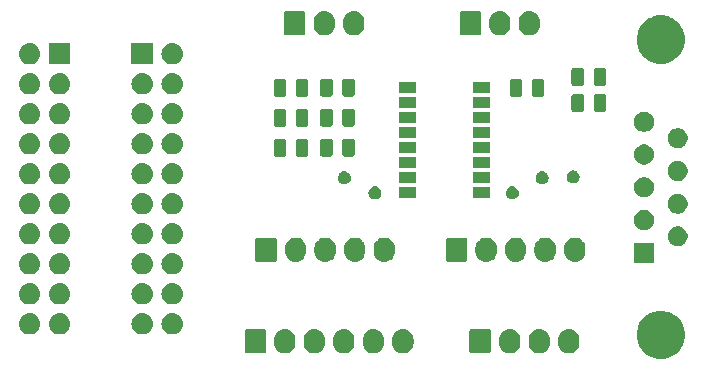
<source format=gbr>
%TF.GenerationSoftware,KiCad,Pcbnew,(5.1.4)-1*%
%TF.CreationDate,2019-11-11T10:46:24+08:00*%
%TF.ProjectId,jlink_vcom_to_rs232_adapter_plate,6a6c696e-6b5f-4766-936f-6d5f746f5f72,rev?*%
%TF.SameCoordinates,Original*%
%TF.FileFunction,Soldermask,Top*%
%TF.FilePolarity,Negative*%
%FSLAX46Y46*%
G04 Gerber Fmt 4.6, Leading zero omitted, Abs format (unit mm)*
G04 Created by KiCad (PCBNEW (5.1.4)-1) date 2019-11-11 10:46:24*
%MOMM*%
%LPD*%
G04 APERTURE LIST*
%ADD10C,0.350000*%
G04 APERTURE END LIST*
D10*
G36*
X226501254Y-66836818D02*
G01*
X226874511Y-66991426D01*
X226874513Y-66991427D01*
X227047812Y-67107222D01*
X227210436Y-67215884D01*
X227496116Y-67501564D01*
X227720574Y-67837489D01*
X227875182Y-68210746D01*
X227954000Y-68606993D01*
X227954000Y-69011007D01*
X227875182Y-69407254D01*
X227777273Y-69643627D01*
X227720573Y-69780513D01*
X227496116Y-70116436D01*
X227210436Y-70402116D01*
X226874513Y-70626573D01*
X226874512Y-70626574D01*
X226874511Y-70626574D01*
X226501254Y-70781182D01*
X226105007Y-70860000D01*
X225700993Y-70860000D01*
X225304746Y-70781182D01*
X224931489Y-70626574D01*
X224931488Y-70626574D01*
X224931487Y-70626573D01*
X224595564Y-70402116D01*
X224309884Y-70116436D01*
X224085427Y-69780513D01*
X224028727Y-69643627D01*
X223930818Y-69407254D01*
X223852000Y-69011007D01*
X223852000Y-68606993D01*
X223930818Y-68210746D01*
X224085426Y-67837489D01*
X224309884Y-67501564D01*
X224595564Y-67215884D01*
X224758188Y-67107222D01*
X224931487Y-66991427D01*
X224931489Y-66991426D01*
X225304746Y-66836818D01*
X225700993Y-66758000D01*
X226105007Y-66758000D01*
X226501254Y-66836818D01*
X226501254Y-66836818D01*
G37*
G36*
X194244513Y-68329037D02*
G01*
X194414352Y-68380557D01*
X194414354Y-68380558D01*
X194570876Y-68464221D01*
X194708073Y-68576814D01*
X194791335Y-68678271D01*
X194820665Y-68714009D01*
X194904330Y-68870534D01*
X194955850Y-69040373D01*
X194968887Y-69172742D01*
X194968887Y-69511257D01*
X194955850Y-69643626D01*
X194904330Y-69813466D01*
X194820665Y-69969991D01*
X194791335Y-70005729D01*
X194708073Y-70107186D01*
X194613137Y-70185097D01*
X194570878Y-70219778D01*
X194414353Y-70303443D01*
X194244514Y-70354963D01*
X194067887Y-70372359D01*
X193891261Y-70354963D01*
X193721422Y-70303443D01*
X193564897Y-70219778D01*
X193427702Y-70107185D01*
X193315109Y-69969991D01*
X193231444Y-69813466D01*
X193179924Y-69643627D01*
X193166887Y-69511258D01*
X193166887Y-69172743D01*
X193179924Y-69040374D01*
X193231444Y-68870535D01*
X193231446Y-68870532D01*
X193315108Y-68714011D01*
X193427701Y-68576814D01*
X193529158Y-68493552D01*
X193564896Y-68464222D01*
X193721421Y-68380557D01*
X193891260Y-68329037D01*
X194067887Y-68311641D01*
X194244513Y-68329037D01*
X194244513Y-68329037D01*
G37*
G36*
X213282400Y-68329037D02*
G01*
X213452239Y-68380557D01*
X213452241Y-68380558D01*
X213608763Y-68464221D01*
X213745960Y-68576814D01*
X213829222Y-68678271D01*
X213858552Y-68714009D01*
X213942217Y-68870534D01*
X213993737Y-69040373D01*
X214006774Y-69172742D01*
X214006774Y-69511257D01*
X213993737Y-69643626D01*
X213942217Y-69813466D01*
X213858552Y-69969991D01*
X213829222Y-70005729D01*
X213745960Y-70107186D01*
X213651024Y-70185097D01*
X213608765Y-70219778D01*
X213452240Y-70303443D01*
X213282401Y-70354963D01*
X213105774Y-70372359D01*
X212929148Y-70354963D01*
X212759309Y-70303443D01*
X212602784Y-70219778D01*
X212465589Y-70107185D01*
X212352996Y-69969991D01*
X212269331Y-69813466D01*
X212217811Y-69643627D01*
X212204774Y-69511258D01*
X212204774Y-69172743D01*
X212217811Y-69040374D01*
X212269331Y-68870535D01*
X212269333Y-68870532D01*
X212352995Y-68714011D01*
X212465588Y-68576814D01*
X212567045Y-68493552D01*
X212602783Y-68464222D01*
X212759308Y-68380557D01*
X212929147Y-68329037D01*
X213105774Y-68311641D01*
X213282400Y-68329037D01*
X213282400Y-68329037D01*
G37*
G36*
X215782400Y-68329037D02*
G01*
X215952239Y-68380557D01*
X215952241Y-68380558D01*
X216108763Y-68464221D01*
X216245960Y-68576814D01*
X216329222Y-68678271D01*
X216358552Y-68714009D01*
X216442217Y-68870534D01*
X216493737Y-69040373D01*
X216506774Y-69172742D01*
X216506774Y-69511257D01*
X216493737Y-69643626D01*
X216442217Y-69813466D01*
X216358552Y-69969991D01*
X216329222Y-70005729D01*
X216245960Y-70107186D01*
X216151024Y-70185097D01*
X216108765Y-70219778D01*
X215952240Y-70303443D01*
X215782401Y-70354963D01*
X215605774Y-70372359D01*
X215429148Y-70354963D01*
X215259309Y-70303443D01*
X215102784Y-70219778D01*
X214965589Y-70107185D01*
X214852996Y-69969991D01*
X214769331Y-69813466D01*
X214717811Y-69643627D01*
X214704774Y-69511258D01*
X214704774Y-69172743D01*
X214717811Y-69040374D01*
X214769331Y-68870535D01*
X214769333Y-68870532D01*
X214852995Y-68714011D01*
X214965588Y-68576814D01*
X215067045Y-68493552D01*
X215102783Y-68464222D01*
X215259308Y-68380557D01*
X215429147Y-68329037D01*
X215605774Y-68311641D01*
X215782400Y-68329037D01*
X215782400Y-68329037D01*
G37*
G36*
X218282400Y-68329037D02*
G01*
X218452239Y-68380557D01*
X218452241Y-68380558D01*
X218608763Y-68464221D01*
X218745960Y-68576814D01*
X218829222Y-68678271D01*
X218858552Y-68714009D01*
X218942217Y-68870534D01*
X218993737Y-69040373D01*
X219006774Y-69172742D01*
X219006774Y-69511257D01*
X218993737Y-69643626D01*
X218942217Y-69813466D01*
X218858552Y-69969991D01*
X218829222Y-70005729D01*
X218745960Y-70107186D01*
X218651024Y-70185097D01*
X218608765Y-70219778D01*
X218452240Y-70303443D01*
X218282401Y-70354963D01*
X218105774Y-70372359D01*
X217929148Y-70354963D01*
X217759309Y-70303443D01*
X217602784Y-70219778D01*
X217465589Y-70107185D01*
X217352996Y-69969991D01*
X217269331Y-69813466D01*
X217217811Y-69643627D01*
X217204774Y-69511258D01*
X217204774Y-69172743D01*
X217217811Y-69040374D01*
X217269331Y-68870535D01*
X217269333Y-68870532D01*
X217352995Y-68714011D01*
X217465588Y-68576814D01*
X217567045Y-68493552D01*
X217602783Y-68464222D01*
X217759308Y-68380557D01*
X217929147Y-68329037D01*
X218105774Y-68311641D01*
X218282400Y-68329037D01*
X218282400Y-68329037D01*
G37*
G36*
X199244513Y-68329037D02*
G01*
X199414352Y-68380557D01*
X199414354Y-68380558D01*
X199570876Y-68464221D01*
X199708073Y-68576814D01*
X199791335Y-68678271D01*
X199820665Y-68714009D01*
X199904330Y-68870534D01*
X199955850Y-69040373D01*
X199968887Y-69172742D01*
X199968887Y-69511257D01*
X199955850Y-69643626D01*
X199904330Y-69813466D01*
X199820665Y-69969991D01*
X199791335Y-70005729D01*
X199708073Y-70107186D01*
X199613137Y-70185097D01*
X199570878Y-70219778D01*
X199414353Y-70303443D01*
X199244514Y-70354963D01*
X199067887Y-70372359D01*
X198891261Y-70354963D01*
X198721422Y-70303443D01*
X198564897Y-70219778D01*
X198427702Y-70107185D01*
X198315109Y-69969991D01*
X198231444Y-69813466D01*
X198179924Y-69643627D01*
X198166887Y-69511258D01*
X198166887Y-69172743D01*
X198179924Y-69040374D01*
X198231444Y-68870535D01*
X198231446Y-68870532D01*
X198315108Y-68714011D01*
X198427701Y-68576814D01*
X198529158Y-68493552D01*
X198564896Y-68464222D01*
X198721421Y-68380557D01*
X198891260Y-68329037D01*
X199067887Y-68311641D01*
X199244513Y-68329037D01*
X199244513Y-68329037D01*
G37*
G36*
X201744513Y-68329037D02*
G01*
X201914352Y-68380557D01*
X201914354Y-68380558D01*
X202070876Y-68464221D01*
X202208073Y-68576814D01*
X202291335Y-68678271D01*
X202320665Y-68714009D01*
X202404330Y-68870534D01*
X202455850Y-69040373D01*
X202468887Y-69172742D01*
X202468887Y-69511257D01*
X202455850Y-69643626D01*
X202404330Y-69813466D01*
X202320665Y-69969991D01*
X202291335Y-70005729D01*
X202208073Y-70107186D01*
X202113137Y-70185097D01*
X202070878Y-70219778D01*
X201914353Y-70303443D01*
X201744514Y-70354963D01*
X201567887Y-70372359D01*
X201391261Y-70354963D01*
X201221422Y-70303443D01*
X201064897Y-70219778D01*
X200927702Y-70107185D01*
X200815109Y-69969991D01*
X200731444Y-69813466D01*
X200679924Y-69643627D01*
X200666887Y-69511258D01*
X200666887Y-69172743D01*
X200679924Y-69040374D01*
X200731444Y-68870535D01*
X200731446Y-68870532D01*
X200815108Y-68714011D01*
X200927701Y-68576814D01*
X201029158Y-68493552D01*
X201064896Y-68464222D01*
X201221421Y-68380557D01*
X201391260Y-68329037D01*
X201567887Y-68311641D01*
X201744513Y-68329037D01*
X201744513Y-68329037D01*
G37*
G36*
X204244513Y-68329037D02*
G01*
X204414352Y-68380557D01*
X204414354Y-68380558D01*
X204570876Y-68464221D01*
X204708073Y-68576814D01*
X204791335Y-68678271D01*
X204820665Y-68714009D01*
X204904330Y-68870534D01*
X204955850Y-69040373D01*
X204968887Y-69172742D01*
X204968887Y-69511257D01*
X204955850Y-69643626D01*
X204904330Y-69813466D01*
X204820665Y-69969991D01*
X204791335Y-70005729D01*
X204708073Y-70107186D01*
X204613137Y-70185097D01*
X204570878Y-70219778D01*
X204414353Y-70303443D01*
X204244514Y-70354963D01*
X204067887Y-70372359D01*
X203891261Y-70354963D01*
X203721422Y-70303443D01*
X203564897Y-70219778D01*
X203427702Y-70107185D01*
X203315109Y-69969991D01*
X203231444Y-69813466D01*
X203179924Y-69643627D01*
X203166887Y-69511258D01*
X203166887Y-69172743D01*
X203179924Y-69040374D01*
X203231444Y-68870535D01*
X203231446Y-68870532D01*
X203315108Y-68714011D01*
X203427701Y-68576814D01*
X203529158Y-68493552D01*
X203564896Y-68464222D01*
X203721421Y-68380557D01*
X203891260Y-68329037D01*
X204067887Y-68311641D01*
X204244513Y-68329037D01*
X204244513Y-68329037D01*
G37*
G36*
X196744513Y-68329037D02*
G01*
X196914352Y-68380557D01*
X196914354Y-68380558D01*
X197070876Y-68464221D01*
X197208073Y-68576814D01*
X197291335Y-68678271D01*
X197320665Y-68714009D01*
X197404330Y-68870534D01*
X197455850Y-69040373D01*
X197468887Y-69172742D01*
X197468887Y-69511257D01*
X197455850Y-69643626D01*
X197404330Y-69813466D01*
X197320665Y-69969991D01*
X197291335Y-70005729D01*
X197208073Y-70107186D01*
X197113137Y-70185097D01*
X197070878Y-70219778D01*
X196914353Y-70303443D01*
X196744514Y-70354963D01*
X196567887Y-70372359D01*
X196391261Y-70354963D01*
X196221422Y-70303443D01*
X196064897Y-70219778D01*
X195927702Y-70107185D01*
X195815109Y-69969991D01*
X195731444Y-69813466D01*
X195679924Y-69643627D01*
X195666887Y-69511258D01*
X195666887Y-69172743D01*
X195679924Y-69040374D01*
X195731444Y-68870535D01*
X195731446Y-68870532D01*
X195815108Y-68714011D01*
X195927701Y-68576814D01*
X196029158Y-68493552D01*
X196064896Y-68464222D01*
X196221421Y-68380557D01*
X196391260Y-68329037D01*
X196567887Y-68311641D01*
X196744513Y-68329037D01*
X196744513Y-68329037D01*
G37*
G36*
X192326585Y-68319987D02*
G01*
X192359611Y-68330005D01*
X192390046Y-68346273D01*
X192416722Y-68368165D01*
X192438614Y-68394841D01*
X192454882Y-68425276D01*
X192464900Y-68458302D01*
X192468887Y-68498784D01*
X192468887Y-70185216D01*
X192464900Y-70225698D01*
X192454882Y-70258724D01*
X192438614Y-70289159D01*
X192416722Y-70315835D01*
X192390046Y-70337727D01*
X192359611Y-70353995D01*
X192326585Y-70364013D01*
X192286103Y-70368000D01*
X190849671Y-70368000D01*
X190809189Y-70364013D01*
X190776163Y-70353995D01*
X190745728Y-70337727D01*
X190719052Y-70315835D01*
X190697160Y-70289159D01*
X190680892Y-70258724D01*
X190670874Y-70225698D01*
X190666887Y-70185216D01*
X190666887Y-68498784D01*
X190670874Y-68458302D01*
X190680892Y-68425276D01*
X190697160Y-68394841D01*
X190719052Y-68368165D01*
X190745728Y-68346273D01*
X190776163Y-68330005D01*
X190809189Y-68319987D01*
X190849671Y-68316000D01*
X192286103Y-68316000D01*
X192326585Y-68319987D01*
X192326585Y-68319987D01*
G37*
G36*
X211364374Y-68319989D02*
G01*
X211397426Y-68330015D01*
X211427877Y-68346292D01*
X211454573Y-68368201D01*
X211476482Y-68394897D01*
X211492759Y-68425348D01*
X211502785Y-68458400D01*
X211506774Y-68498903D01*
X211506774Y-70185097D01*
X211502785Y-70225600D01*
X211492759Y-70258652D01*
X211476482Y-70289103D01*
X211454573Y-70315799D01*
X211427877Y-70337708D01*
X211397426Y-70353985D01*
X211364374Y-70364011D01*
X211323871Y-70368000D01*
X209887677Y-70368000D01*
X209847174Y-70364011D01*
X209814122Y-70353985D01*
X209783671Y-70337708D01*
X209756975Y-70315799D01*
X209735066Y-70289103D01*
X209718789Y-70258652D01*
X209708763Y-70225600D01*
X209704774Y-70185097D01*
X209704774Y-68498903D01*
X209708763Y-68458400D01*
X209718789Y-68425348D01*
X209735066Y-68394897D01*
X209756975Y-68368201D01*
X209783671Y-68346292D01*
X209814122Y-68330015D01*
X209847174Y-68319989D01*
X209887677Y-68316000D01*
X211323871Y-68316000D01*
X211364374Y-68319989D01*
X211364374Y-68319989D01*
G37*
G36*
X182179294Y-66958633D02*
G01*
X182351695Y-67010931D01*
X182510583Y-67095858D01*
X182649849Y-67210151D01*
X182764142Y-67349417D01*
X182849069Y-67508305D01*
X182901367Y-67680706D01*
X182919025Y-67860000D01*
X182901367Y-68039294D01*
X182849069Y-68211695D01*
X182764142Y-68370583D01*
X182649849Y-68509849D01*
X182510583Y-68624142D01*
X182351695Y-68709069D01*
X182179294Y-68761367D01*
X182044931Y-68774600D01*
X181955069Y-68774600D01*
X181820706Y-68761367D01*
X181648305Y-68709069D01*
X181489417Y-68624142D01*
X181350151Y-68509849D01*
X181235858Y-68370583D01*
X181150931Y-68211695D01*
X181098633Y-68039294D01*
X181080975Y-67860000D01*
X181098633Y-67680706D01*
X181150931Y-67508305D01*
X181235858Y-67349417D01*
X181350151Y-67210151D01*
X181489417Y-67095858D01*
X181648305Y-67010931D01*
X181820706Y-66958633D01*
X181955069Y-66945400D01*
X182044931Y-66945400D01*
X182179294Y-66958633D01*
X182179294Y-66958633D01*
G37*
G36*
X184719294Y-66958633D02*
G01*
X184891695Y-67010931D01*
X185050583Y-67095858D01*
X185189849Y-67210151D01*
X185304142Y-67349417D01*
X185389069Y-67508305D01*
X185441367Y-67680706D01*
X185459025Y-67860000D01*
X185441367Y-68039294D01*
X185389069Y-68211695D01*
X185304142Y-68370583D01*
X185189849Y-68509849D01*
X185050583Y-68624142D01*
X184891695Y-68709069D01*
X184719294Y-68761367D01*
X184584931Y-68774600D01*
X184495069Y-68774600D01*
X184360706Y-68761367D01*
X184188305Y-68709069D01*
X184029417Y-68624142D01*
X183890151Y-68509849D01*
X183775858Y-68370583D01*
X183690931Y-68211695D01*
X183638633Y-68039294D01*
X183620975Y-67860000D01*
X183638633Y-67680706D01*
X183690931Y-67508305D01*
X183775858Y-67349417D01*
X183890151Y-67210151D01*
X184029417Y-67095858D01*
X184188305Y-67010931D01*
X184360706Y-66958633D01*
X184495069Y-66945400D01*
X184584931Y-66945400D01*
X184719294Y-66958633D01*
X184719294Y-66958633D01*
G37*
G36*
X172570443Y-66965519D02*
G01*
X172636627Y-66972037D01*
X172806466Y-67023557D01*
X172962991Y-67107222D01*
X172998729Y-67136552D01*
X173100186Y-67219814D01*
X173183448Y-67321271D01*
X173212778Y-67357009D01*
X173212779Y-67357011D01*
X173293648Y-67508304D01*
X173296443Y-67513534D01*
X173347963Y-67683373D01*
X173365359Y-67860000D01*
X173347963Y-68036627D01*
X173296443Y-68206466D01*
X173296442Y-68206468D01*
X173254611Y-68284728D01*
X173212778Y-68362991D01*
X173208502Y-68368201D01*
X173100186Y-68500186D01*
X173001712Y-68581000D01*
X172962991Y-68612778D01*
X172806466Y-68696443D01*
X172636627Y-68747963D01*
X172570443Y-68754481D01*
X172504260Y-68761000D01*
X172415740Y-68761000D01*
X172349557Y-68754481D01*
X172283373Y-68747963D01*
X172113534Y-68696443D01*
X171957009Y-68612778D01*
X171918288Y-68581000D01*
X171819814Y-68500186D01*
X171711498Y-68368201D01*
X171707222Y-68362991D01*
X171665389Y-68284728D01*
X171623558Y-68206468D01*
X171623557Y-68206466D01*
X171572037Y-68036627D01*
X171554641Y-67860000D01*
X171572037Y-67683373D01*
X171623557Y-67513534D01*
X171626353Y-67508304D01*
X171707221Y-67357011D01*
X171707222Y-67357009D01*
X171736552Y-67321271D01*
X171819814Y-67219814D01*
X171921271Y-67136552D01*
X171957009Y-67107222D01*
X172113534Y-67023557D01*
X172283373Y-66972037D01*
X172349557Y-66965519D01*
X172415740Y-66959000D01*
X172504260Y-66959000D01*
X172570443Y-66965519D01*
X172570443Y-66965519D01*
G37*
G36*
X175110443Y-66965519D02*
G01*
X175176627Y-66972037D01*
X175346466Y-67023557D01*
X175502991Y-67107222D01*
X175538729Y-67136552D01*
X175640186Y-67219814D01*
X175723448Y-67321271D01*
X175752778Y-67357009D01*
X175752779Y-67357011D01*
X175833648Y-67508304D01*
X175836443Y-67513534D01*
X175887963Y-67683373D01*
X175905359Y-67860000D01*
X175887963Y-68036627D01*
X175836443Y-68206466D01*
X175836442Y-68206468D01*
X175794611Y-68284728D01*
X175752778Y-68362991D01*
X175748502Y-68368201D01*
X175640186Y-68500186D01*
X175541712Y-68581000D01*
X175502991Y-68612778D01*
X175346466Y-68696443D01*
X175176627Y-68747963D01*
X175110443Y-68754481D01*
X175044260Y-68761000D01*
X174955740Y-68761000D01*
X174889557Y-68754481D01*
X174823373Y-68747963D01*
X174653534Y-68696443D01*
X174497009Y-68612778D01*
X174458288Y-68581000D01*
X174359814Y-68500186D01*
X174251498Y-68368201D01*
X174247222Y-68362991D01*
X174205389Y-68284728D01*
X174163558Y-68206468D01*
X174163557Y-68206466D01*
X174112037Y-68036627D01*
X174094641Y-67860000D01*
X174112037Y-67683373D01*
X174163557Y-67513534D01*
X174166353Y-67508304D01*
X174247221Y-67357011D01*
X174247222Y-67357009D01*
X174276552Y-67321271D01*
X174359814Y-67219814D01*
X174461271Y-67136552D01*
X174497009Y-67107222D01*
X174653534Y-67023557D01*
X174823373Y-66972037D01*
X174889557Y-66965519D01*
X174955740Y-66959000D01*
X175044260Y-66959000D01*
X175110443Y-66965519D01*
X175110443Y-66965519D01*
G37*
G36*
X184719294Y-64418633D02*
G01*
X184891695Y-64470931D01*
X185050583Y-64555858D01*
X185189849Y-64670151D01*
X185304142Y-64809417D01*
X185389069Y-64968305D01*
X185441367Y-65140706D01*
X185459025Y-65320000D01*
X185441367Y-65499294D01*
X185389069Y-65671695D01*
X185304142Y-65830583D01*
X185189849Y-65969849D01*
X185050583Y-66084142D01*
X184891695Y-66169069D01*
X184719294Y-66221367D01*
X184584931Y-66234600D01*
X184495069Y-66234600D01*
X184360706Y-66221367D01*
X184188305Y-66169069D01*
X184029417Y-66084142D01*
X183890151Y-65969849D01*
X183775858Y-65830583D01*
X183690931Y-65671695D01*
X183638633Y-65499294D01*
X183620975Y-65320000D01*
X183638633Y-65140706D01*
X183690931Y-64968305D01*
X183775858Y-64809417D01*
X183890151Y-64670151D01*
X184029417Y-64555858D01*
X184188305Y-64470931D01*
X184360706Y-64418633D01*
X184495069Y-64405400D01*
X184584931Y-64405400D01*
X184719294Y-64418633D01*
X184719294Y-64418633D01*
G37*
G36*
X182179294Y-64418633D02*
G01*
X182351695Y-64470931D01*
X182510583Y-64555858D01*
X182649849Y-64670151D01*
X182764142Y-64809417D01*
X182849069Y-64968305D01*
X182901367Y-65140706D01*
X182919025Y-65320000D01*
X182901367Y-65499294D01*
X182849069Y-65671695D01*
X182764142Y-65830583D01*
X182649849Y-65969849D01*
X182510583Y-66084142D01*
X182351695Y-66169069D01*
X182179294Y-66221367D01*
X182044931Y-66234600D01*
X181955069Y-66234600D01*
X181820706Y-66221367D01*
X181648305Y-66169069D01*
X181489417Y-66084142D01*
X181350151Y-65969849D01*
X181235858Y-65830583D01*
X181150931Y-65671695D01*
X181098633Y-65499294D01*
X181080975Y-65320000D01*
X181098633Y-65140706D01*
X181150931Y-64968305D01*
X181235858Y-64809417D01*
X181350151Y-64670151D01*
X181489417Y-64555858D01*
X181648305Y-64470931D01*
X181820706Y-64418633D01*
X181955069Y-64405400D01*
X182044931Y-64405400D01*
X182179294Y-64418633D01*
X182179294Y-64418633D01*
G37*
G36*
X175110442Y-64425518D02*
G01*
X175176627Y-64432037D01*
X175346466Y-64483557D01*
X175502991Y-64567222D01*
X175538729Y-64596552D01*
X175640186Y-64679814D01*
X175723448Y-64781271D01*
X175752778Y-64817009D01*
X175752779Y-64817011D01*
X175833648Y-64968304D01*
X175836443Y-64973534D01*
X175887963Y-65143373D01*
X175905359Y-65320000D01*
X175887963Y-65496627D01*
X175836443Y-65666466D01*
X175836442Y-65666468D01*
X175794610Y-65744729D01*
X175752778Y-65822991D01*
X175746547Y-65830583D01*
X175640186Y-65960186D01*
X175538729Y-66043448D01*
X175502991Y-66072778D01*
X175346466Y-66156443D01*
X175176627Y-66207963D01*
X175110443Y-66214481D01*
X175044260Y-66221000D01*
X174955740Y-66221000D01*
X174889557Y-66214481D01*
X174823373Y-66207963D01*
X174653534Y-66156443D01*
X174497009Y-66072778D01*
X174461271Y-66043448D01*
X174359814Y-65960186D01*
X174253453Y-65830583D01*
X174247222Y-65822991D01*
X174205390Y-65744729D01*
X174163558Y-65666468D01*
X174163557Y-65666466D01*
X174112037Y-65496627D01*
X174094641Y-65320000D01*
X174112037Y-65143373D01*
X174163557Y-64973534D01*
X174166353Y-64968304D01*
X174247221Y-64817011D01*
X174247222Y-64817009D01*
X174276552Y-64781271D01*
X174359814Y-64679814D01*
X174461271Y-64596552D01*
X174497009Y-64567222D01*
X174653534Y-64483557D01*
X174823373Y-64432037D01*
X174889558Y-64425518D01*
X174955740Y-64419000D01*
X175044260Y-64419000D01*
X175110442Y-64425518D01*
X175110442Y-64425518D01*
G37*
G36*
X172570442Y-64425518D02*
G01*
X172636627Y-64432037D01*
X172806466Y-64483557D01*
X172962991Y-64567222D01*
X172998729Y-64596552D01*
X173100186Y-64679814D01*
X173183448Y-64781271D01*
X173212778Y-64817009D01*
X173212779Y-64817011D01*
X173293648Y-64968304D01*
X173296443Y-64973534D01*
X173347963Y-65143373D01*
X173365359Y-65320000D01*
X173347963Y-65496627D01*
X173296443Y-65666466D01*
X173296442Y-65666468D01*
X173254610Y-65744729D01*
X173212778Y-65822991D01*
X173206547Y-65830583D01*
X173100186Y-65960186D01*
X172998729Y-66043448D01*
X172962991Y-66072778D01*
X172806466Y-66156443D01*
X172636627Y-66207963D01*
X172570443Y-66214481D01*
X172504260Y-66221000D01*
X172415740Y-66221000D01*
X172349557Y-66214481D01*
X172283373Y-66207963D01*
X172113534Y-66156443D01*
X171957009Y-66072778D01*
X171921271Y-66043448D01*
X171819814Y-65960186D01*
X171713453Y-65830583D01*
X171707222Y-65822991D01*
X171665390Y-65744729D01*
X171623558Y-65666468D01*
X171623557Y-65666466D01*
X171572037Y-65496627D01*
X171554641Y-65320000D01*
X171572037Y-65143373D01*
X171623557Y-64973534D01*
X171626353Y-64968304D01*
X171707221Y-64817011D01*
X171707222Y-64817009D01*
X171736552Y-64781271D01*
X171819814Y-64679814D01*
X171921271Y-64596552D01*
X171957009Y-64567222D01*
X172113534Y-64483557D01*
X172283373Y-64432037D01*
X172349558Y-64425518D01*
X172415740Y-64419000D01*
X172504260Y-64419000D01*
X172570442Y-64425518D01*
X172570442Y-64425518D01*
G37*
G36*
X182179294Y-61878633D02*
G01*
X182351695Y-61930931D01*
X182510583Y-62015858D01*
X182649849Y-62130151D01*
X182764142Y-62269417D01*
X182849069Y-62428305D01*
X182901367Y-62600706D01*
X182919025Y-62780000D01*
X182901367Y-62959294D01*
X182849069Y-63131695D01*
X182764142Y-63290583D01*
X182649849Y-63429849D01*
X182510583Y-63544142D01*
X182351695Y-63629069D01*
X182179294Y-63681367D01*
X182044931Y-63694600D01*
X181955069Y-63694600D01*
X181820706Y-63681367D01*
X181648305Y-63629069D01*
X181489417Y-63544142D01*
X181350151Y-63429849D01*
X181235858Y-63290583D01*
X181150931Y-63131695D01*
X181098633Y-62959294D01*
X181080975Y-62780000D01*
X181098633Y-62600706D01*
X181150931Y-62428305D01*
X181235858Y-62269417D01*
X181350151Y-62130151D01*
X181489417Y-62015858D01*
X181648305Y-61930931D01*
X181820706Y-61878633D01*
X181955069Y-61865400D01*
X182044931Y-61865400D01*
X182179294Y-61878633D01*
X182179294Y-61878633D01*
G37*
G36*
X184719294Y-61878633D02*
G01*
X184891695Y-61930931D01*
X185050583Y-62015858D01*
X185189849Y-62130151D01*
X185304142Y-62269417D01*
X185389069Y-62428305D01*
X185441367Y-62600706D01*
X185459025Y-62780000D01*
X185441367Y-62959294D01*
X185389069Y-63131695D01*
X185304142Y-63290583D01*
X185189849Y-63429849D01*
X185050583Y-63544142D01*
X184891695Y-63629069D01*
X184719294Y-63681367D01*
X184584931Y-63694600D01*
X184495069Y-63694600D01*
X184360706Y-63681367D01*
X184188305Y-63629069D01*
X184029417Y-63544142D01*
X183890151Y-63429849D01*
X183775858Y-63290583D01*
X183690931Y-63131695D01*
X183638633Y-62959294D01*
X183620975Y-62780000D01*
X183638633Y-62600706D01*
X183690931Y-62428305D01*
X183775858Y-62269417D01*
X183890151Y-62130151D01*
X184029417Y-62015858D01*
X184188305Y-61930931D01*
X184360706Y-61878633D01*
X184495069Y-61865400D01*
X184584931Y-61865400D01*
X184719294Y-61878633D01*
X184719294Y-61878633D01*
G37*
G36*
X172570443Y-61885519D02*
G01*
X172636627Y-61892037D01*
X172806466Y-61943557D01*
X172962991Y-62027222D01*
X172998729Y-62056552D01*
X173100186Y-62139814D01*
X173183448Y-62241271D01*
X173212778Y-62277009D01*
X173212779Y-62277011D01*
X173293648Y-62428304D01*
X173296443Y-62433534D01*
X173347963Y-62603373D01*
X173365359Y-62780000D01*
X173347963Y-62956627D01*
X173296443Y-63126466D01*
X173296442Y-63126468D01*
X173254610Y-63204729D01*
X173212778Y-63282991D01*
X173206547Y-63290583D01*
X173100186Y-63420186D01*
X172998729Y-63503448D01*
X172962991Y-63532778D01*
X172806466Y-63616443D01*
X172636627Y-63667963D01*
X172570443Y-63674481D01*
X172504260Y-63681000D01*
X172415740Y-63681000D01*
X172349557Y-63674481D01*
X172283373Y-63667963D01*
X172113534Y-63616443D01*
X171957009Y-63532778D01*
X171921271Y-63503448D01*
X171819814Y-63420186D01*
X171713453Y-63290583D01*
X171707222Y-63282991D01*
X171665390Y-63204729D01*
X171623558Y-63126468D01*
X171623557Y-63126466D01*
X171572037Y-62956627D01*
X171554641Y-62780000D01*
X171572037Y-62603373D01*
X171623557Y-62433534D01*
X171626353Y-62428304D01*
X171707221Y-62277011D01*
X171707222Y-62277009D01*
X171736552Y-62241271D01*
X171819814Y-62139814D01*
X171921271Y-62056552D01*
X171957009Y-62027222D01*
X172113534Y-61943557D01*
X172283373Y-61892037D01*
X172349557Y-61885519D01*
X172415740Y-61879000D01*
X172504260Y-61879000D01*
X172570443Y-61885519D01*
X172570443Y-61885519D01*
G37*
G36*
X175110443Y-61885519D02*
G01*
X175176627Y-61892037D01*
X175346466Y-61943557D01*
X175502991Y-62027222D01*
X175538729Y-62056552D01*
X175640186Y-62139814D01*
X175723448Y-62241271D01*
X175752778Y-62277009D01*
X175752779Y-62277011D01*
X175833648Y-62428304D01*
X175836443Y-62433534D01*
X175887963Y-62603373D01*
X175905359Y-62780000D01*
X175887963Y-62956627D01*
X175836443Y-63126466D01*
X175836442Y-63126468D01*
X175794610Y-63204729D01*
X175752778Y-63282991D01*
X175746547Y-63290583D01*
X175640186Y-63420186D01*
X175538729Y-63503448D01*
X175502991Y-63532778D01*
X175346466Y-63616443D01*
X175176627Y-63667963D01*
X175110443Y-63674481D01*
X175044260Y-63681000D01*
X174955740Y-63681000D01*
X174889557Y-63674481D01*
X174823373Y-63667963D01*
X174653534Y-63616443D01*
X174497009Y-63532778D01*
X174461271Y-63503448D01*
X174359814Y-63420186D01*
X174253453Y-63290583D01*
X174247222Y-63282991D01*
X174205390Y-63204729D01*
X174163558Y-63126468D01*
X174163557Y-63126466D01*
X174112037Y-62956627D01*
X174094641Y-62780000D01*
X174112037Y-62603373D01*
X174163557Y-62433534D01*
X174166353Y-62428304D01*
X174247221Y-62277011D01*
X174247222Y-62277009D01*
X174276552Y-62241271D01*
X174359814Y-62139814D01*
X174461271Y-62056552D01*
X174497009Y-62027222D01*
X174653534Y-61943557D01*
X174823373Y-61892037D01*
X174889557Y-61885519D01*
X174955740Y-61879000D01*
X175044260Y-61879000D01*
X175110443Y-61885519D01*
X175110443Y-61885519D01*
G37*
G36*
X225334000Y-62700000D02*
G01*
X223632000Y-62700000D01*
X223632000Y-60998000D01*
X225334000Y-60998000D01*
X225334000Y-62700000D01*
X225334000Y-62700000D01*
G37*
G36*
X202655626Y-60582037D02*
G01*
X202825465Y-60633557D01*
X202825467Y-60633558D01*
X202981989Y-60717221D01*
X203119186Y-60829814D01*
X203202448Y-60931271D01*
X203231778Y-60967009D01*
X203315443Y-61123534D01*
X203366963Y-61293373D01*
X203380000Y-61425742D01*
X203380000Y-61764257D01*
X203366963Y-61896626D01*
X203315443Y-62066466D01*
X203231778Y-62222991D01*
X203202448Y-62258729D01*
X203119186Y-62360186D01*
X203029812Y-62433532D01*
X202981991Y-62472778D01*
X202825466Y-62556443D01*
X202655627Y-62607963D01*
X202479000Y-62625359D01*
X202302374Y-62607963D01*
X202132535Y-62556443D01*
X201976010Y-62472778D01*
X201838815Y-62360185D01*
X201726222Y-62222991D01*
X201642557Y-62066466D01*
X201591037Y-61896627D01*
X201578000Y-61764258D01*
X201578000Y-61425743D01*
X201591037Y-61293374D01*
X201642557Y-61123535D01*
X201642559Y-61123532D01*
X201726221Y-60967011D01*
X201838814Y-60829814D01*
X201944612Y-60742989D01*
X201976009Y-60717222D01*
X202132534Y-60633557D01*
X202302373Y-60582037D01*
X202479000Y-60564641D01*
X202655626Y-60582037D01*
X202655626Y-60582037D01*
G37*
G36*
X195155626Y-60582037D02*
G01*
X195325465Y-60633557D01*
X195325467Y-60633558D01*
X195481989Y-60717221D01*
X195619186Y-60829814D01*
X195702448Y-60931271D01*
X195731778Y-60967009D01*
X195815443Y-61123534D01*
X195866963Y-61293373D01*
X195880000Y-61425742D01*
X195880000Y-61764257D01*
X195866963Y-61896626D01*
X195815443Y-62066466D01*
X195731778Y-62222991D01*
X195702448Y-62258729D01*
X195619186Y-62360186D01*
X195529812Y-62433532D01*
X195481991Y-62472778D01*
X195325466Y-62556443D01*
X195155627Y-62607963D01*
X194979000Y-62625359D01*
X194802374Y-62607963D01*
X194632535Y-62556443D01*
X194476010Y-62472778D01*
X194338815Y-62360185D01*
X194226222Y-62222991D01*
X194142557Y-62066466D01*
X194091037Y-61896627D01*
X194078000Y-61764258D01*
X194078000Y-61425743D01*
X194091037Y-61293374D01*
X194142557Y-61123535D01*
X194142559Y-61123532D01*
X194226221Y-60967011D01*
X194338814Y-60829814D01*
X194444612Y-60742989D01*
X194476009Y-60717222D01*
X194632534Y-60633557D01*
X194802373Y-60582037D01*
X194979000Y-60564641D01*
X195155626Y-60582037D01*
X195155626Y-60582037D01*
G37*
G36*
X218784626Y-60582037D02*
G01*
X218954465Y-60633557D01*
X218954467Y-60633558D01*
X219110989Y-60717221D01*
X219248186Y-60829814D01*
X219331448Y-60931271D01*
X219360778Y-60967009D01*
X219444443Y-61123534D01*
X219495963Y-61293373D01*
X219509000Y-61425742D01*
X219509000Y-61764257D01*
X219495963Y-61896626D01*
X219444443Y-62066466D01*
X219360778Y-62222991D01*
X219331448Y-62258729D01*
X219248186Y-62360186D01*
X219158812Y-62433532D01*
X219110991Y-62472778D01*
X218954466Y-62556443D01*
X218784627Y-62607963D01*
X218608000Y-62625359D01*
X218431374Y-62607963D01*
X218261535Y-62556443D01*
X218105010Y-62472778D01*
X217967815Y-62360185D01*
X217855222Y-62222991D01*
X217771557Y-62066466D01*
X217720037Y-61896627D01*
X217707000Y-61764258D01*
X217707000Y-61425743D01*
X217720037Y-61293374D01*
X217771557Y-61123535D01*
X217771559Y-61123532D01*
X217855221Y-60967011D01*
X217967814Y-60829814D01*
X218073612Y-60742989D01*
X218105009Y-60717222D01*
X218261534Y-60633557D01*
X218431373Y-60582037D01*
X218608000Y-60564641D01*
X218784626Y-60582037D01*
X218784626Y-60582037D01*
G37*
G36*
X216284626Y-60582037D02*
G01*
X216454465Y-60633557D01*
X216454467Y-60633558D01*
X216610989Y-60717221D01*
X216748186Y-60829814D01*
X216831448Y-60931271D01*
X216860778Y-60967009D01*
X216944443Y-61123534D01*
X216995963Y-61293373D01*
X217009000Y-61425742D01*
X217009000Y-61764257D01*
X216995963Y-61896626D01*
X216944443Y-62066466D01*
X216860778Y-62222991D01*
X216831448Y-62258729D01*
X216748186Y-62360186D01*
X216658812Y-62433532D01*
X216610991Y-62472778D01*
X216454466Y-62556443D01*
X216284627Y-62607963D01*
X216108000Y-62625359D01*
X215931374Y-62607963D01*
X215761535Y-62556443D01*
X215605010Y-62472778D01*
X215467815Y-62360185D01*
X215355222Y-62222991D01*
X215271557Y-62066466D01*
X215220037Y-61896627D01*
X215207000Y-61764258D01*
X215207000Y-61425743D01*
X215220037Y-61293374D01*
X215271557Y-61123535D01*
X215271559Y-61123532D01*
X215355221Y-60967011D01*
X215467814Y-60829814D01*
X215573612Y-60742989D01*
X215605009Y-60717222D01*
X215761534Y-60633557D01*
X215931373Y-60582037D01*
X216108000Y-60564641D01*
X216284626Y-60582037D01*
X216284626Y-60582037D01*
G37*
G36*
X211284626Y-60582037D02*
G01*
X211454465Y-60633557D01*
X211454467Y-60633558D01*
X211610989Y-60717221D01*
X211748186Y-60829814D01*
X211831448Y-60931271D01*
X211860778Y-60967009D01*
X211944443Y-61123534D01*
X211995963Y-61293373D01*
X212009000Y-61425742D01*
X212009000Y-61764257D01*
X211995963Y-61896626D01*
X211944443Y-62066466D01*
X211860778Y-62222991D01*
X211831448Y-62258729D01*
X211748186Y-62360186D01*
X211658812Y-62433532D01*
X211610991Y-62472778D01*
X211454466Y-62556443D01*
X211284627Y-62607963D01*
X211108000Y-62625359D01*
X210931374Y-62607963D01*
X210761535Y-62556443D01*
X210605010Y-62472778D01*
X210467815Y-62360185D01*
X210355222Y-62222991D01*
X210271557Y-62066466D01*
X210220037Y-61896627D01*
X210207000Y-61764258D01*
X210207000Y-61425743D01*
X210220037Y-61293374D01*
X210271557Y-61123535D01*
X210271559Y-61123532D01*
X210355221Y-60967011D01*
X210467814Y-60829814D01*
X210573612Y-60742989D01*
X210605009Y-60717222D01*
X210761534Y-60633557D01*
X210931373Y-60582037D01*
X211108000Y-60564641D01*
X211284626Y-60582037D01*
X211284626Y-60582037D01*
G37*
G36*
X200155626Y-60582037D02*
G01*
X200325465Y-60633557D01*
X200325467Y-60633558D01*
X200481989Y-60717221D01*
X200619186Y-60829814D01*
X200702448Y-60931271D01*
X200731778Y-60967009D01*
X200815443Y-61123534D01*
X200866963Y-61293373D01*
X200880000Y-61425742D01*
X200880000Y-61764257D01*
X200866963Y-61896626D01*
X200815443Y-62066466D01*
X200731778Y-62222991D01*
X200702448Y-62258729D01*
X200619186Y-62360186D01*
X200529812Y-62433532D01*
X200481991Y-62472778D01*
X200325466Y-62556443D01*
X200155627Y-62607963D01*
X199979000Y-62625359D01*
X199802374Y-62607963D01*
X199632535Y-62556443D01*
X199476010Y-62472778D01*
X199338815Y-62360185D01*
X199226222Y-62222991D01*
X199142557Y-62066466D01*
X199091037Y-61896627D01*
X199078000Y-61764258D01*
X199078000Y-61425743D01*
X199091037Y-61293374D01*
X199142557Y-61123535D01*
X199142559Y-61123532D01*
X199226221Y-60967011D01*
X199338814Y-60829814D01*
X199444612Y-60742989D01*
X199476009Y-60717222D01*
X199632534Y-60633557D01*
X199802373Y-60582037D01*
X199979000Y-60564641D01*
X200155626Y-60582037D01*
X200155626Y-60582037D01*
G37*
G36*
X197655626Y-60582037D02*
G01*
X197825465Y-60633557D01*
X197825467Y-60633558D01*
X197981989Y-60717221D01*
X198119186Y-60829814D01*
X198202448Y-60931271D01*
X198231778Y-60967009D01*
X198315443Y-61123534D01*
X198366963Y-61293373D01*
X198380000Y-61425742D01*
X198380000Y-61764257D01*
X198366963Y-61896626D01*
X198315443Y-62066466D01*
X198231778Y-62222991D01*
X198202448Y-62258729D01*
X198119186Y-62360186D01*
X198029812Y-62433532D01*
X197981991Y-62472778D01*
X197825466Y-62556443D01*
X197655627Y-62607963D01*
X197479000Y-62625359D01*
X197302374Y-62607963D01*
X197132535Y-62556443D01*
X196976010Y-62472778D01*
X196838815Y-62360185D01*
X196726222Y-62222991D01*
X196642557Y-62066466D01*
X196591037Y-61896627D01*
X196578000Y-61764258D01*
X196578000Y-61425743D01*
X196591037Y-61293374D01*
X196642557Y-61123535D01*
X196642559Y-61123532D01*
X196726221Y-60967011D01*
X196838814Y-60829814D01*
X196944612Y-60742989D01*
X196976009Y-60717222D01*
X197132534Y-60633557D01*
X197302373Y-60582037D01*
X197479000Y-60564641D01*
X197655626Y-60582037D01*
X197655626Y-60582037D01*
G37*
G36*
X213784626Y-60582037D02*
G01*
X213954465Y-60633557D01*
X213954467Y-60633558D01*
X214110989Y-60717221D01*
X214248186Y-60829814D01*
X214331448Y-60931271D01*
X214360778Y-60967009D01*
X214444443Y-61123534D01*
X214495963Y-61293373D01*
X214509000Y-61425742D01*
X214509000Y-61764257D01*
X214495963Y-61896626D01*
X214444443Y-62066466D01*
X214360778Y-62222991D01*
X214331448Y-62258729D01*
X214248186Y-62360186D01*
X214158812Y-62433532D01*
X214110991Y-62472778D01*
X213954466Y-62556443D01*
X213784627Y-62607963D01*
X213608000Y-62625359D01*
X213431374Y-62607963D01*
X213261535Y-62556443D01*
X213105010Y-62472778D01*
X212967815Y-62360185D01*
X212855222Y-62222991D01*
X212771557Y-62066466D01*
X212720037Y-61896627D01*
X212707000Y-61764258D01*
X212707000Y-61425743D01*
X212720037Y-61293374D01*
X212771557Y-61123535D01*
X212771559Y-61123532D01*
X212855221Y-60967011D01*
X212967814Y-60829814D01*
X213073612Y-60742989D01*
X213105009Y-60717222D01*
X213261534Y-60633557D01*
X213431373Y-60582037D01*
X213608000Y-60564641D01*
X213784626Y-60582037D01*
X213784626Y-60582037D01*
G37*
G36*
X193237600Y-60572989D02*
G01*
X193270652Y-60583015D01*
X193301103Y-60599292D01*
X193327799Y-60621201D01*
X193349708Y-60647897D01*
X193365985Y-60678348D01*
X193376011Y-60711400D01*
X193380000Y-60751903D01*
X193380000Y-62438097D01*
X193376011Y-62478600D01*
X193365985Y-62511652D01*
X193349708Y-62542103D01*
X193327799Y-62568799D01*
X193301103Y-62590708D01*
X193270652Y-62606985D01*
X193237600Y-62617011D01*
X193197097Y-62621000D01*
X191760903Y-62621000D01*
X191720400Y-62617011D01*
X191687348Y-62606985D01*
X191656897Y-62590708D01*
X191630201Y-62568799D01*
X191608292Y-62542103D01*
X191592015Y-62511652D01*
X191581989Y-62478600D01*
X191578000Y-62438097D01*
X191578000Y-60751903D01*
X191581989Y-60711400D01*
X191592015Y-60678348D01*
X191608292Y-60647897D01*
X191630201Y-60621201D01*
X191656897Y-60599292D01*
X191687348Y-60583015D01*
X191720400Y-60572989D01*
X191760903Y-60569000D01*
X193197097Y-60569000D01*
X193237600Y-60572989D01*
X193237600Y-60572989D01*
G37*
G36*
X209366600Y-60572989D02*
G01*
X209399652Y-60583015D01*
X209430103Y-60599292D01*
X209456799Y-60621201D01*
X209478708Y-60647897D01*
X209494985Y-60678348D01*
X209505011Y-60711400D01*
X209509000Y-60751903D01*
X209509000Y-62438097D01*
X209505011Y-62478600D01*
X209494985Y-62511652D01*
X209478708Y-62542103D01*
X209456799Y-62568799D01*
X209430103Y-62590708D01*
X209399652Y-62606985D01*
X209366600Y-62617011D01*
X209326097Y-62621000D01*
X207889903Y-62621000D01*
X207849400Y-62617011D01*
X207816348Y-62606985D01*
X207785897Y-62590708D01*
X207759201Y-62568799D01*
X207737292Y-62542103D01*
X207721015Y-62511652D01*
X207710989Y-62478600D01*
X207707000Y-62438097D01*
X207707000Y-60751903D01*
X207710989Y-60711400D01*
X207721015Y-60678348D01*
X207737292Y-60647897D01*
X207759201Y-60621201D01*
X207785897Y-60599292D01*
X207816348Y-60583015D01*
X207849400Y-60572989D01*
X207889903Y-60569000D01*
X209326097Y-60569000D01*
X209366600Y-60572989D01*
X209366600Y-60572989D01*
G37*
G36*
X227571228Y-59645703D02*
G01*
X227726100Y-59709853D01*
X227865481Y-59802985D01*
X227984015Y-59921519D01*
X228077147Y-60060900D01*
X228141297Y-60215772D01*
X228174000Y-60380184D01*
X228174000Y-60547816D01*
X228141297Y-60712228D01*
X228077147Y-60867100D01*
X227984015Y-61006481D01*
X227865481Y-61125015D01*
X227726100Y-61218147D01*
X227571228Y-61282297D01*
X227406816Y-61315000D01*
X227239184Y-61315000D01*
X227074772Y-61282297D01*
X226919900Y-61218147D01*
X226780519Y-61125015D01*
X226661985Y-61006481D01*
X226568853Y-60867100D01*
X226504703Y-60712228D01*
X226472000Y-60547816D01*
X226472000Y-60380184D01*
X226504703Y-60215772D01*
X226568853Y-60060900D01*
X226661985Y-59921519D01*
X226780519Y-59802985D01*
X226919900Y-59709853D01*
X227074772Y-59645703D01*
X227239184Y-59613000D01*
X227406816Y-59613000D01*
X227571228Y-59645703D01*
X227571228Y-59645703D01*
G37*
G36*
X184719294Y-59338633D02*
G01*
X184891695Y-59390931D01*
X185050583Y-59475858D01*
X185189849Y-59590151D01*
X185304142Y-59729417D01*
X185389069Y-59888305D01*
X185441367Y-60060706D01*
X185459025Y-60240000D01*
X185441367Y-60419294D01*
X185389069Y-60591695D01*
X185304142Y-60750583D01*
X185189849Y-60889849D01*
X185050583Y-61004142D01*
X184891695Y-61089069D01*
X184719294Y-61141367D01*
X184584931Y-61154600D01*
X184495069Y-61154600D01*
X184360706Y-61141367D01*
X184188305Y-61089069D01*
X184029417Y-61004142D01*
X183890151Y-60889849D01*
X183775858Y-60750583D01*
X183690931Y-60591695D01*
X183638633Y-60419294D01*
X183620975Y-60240000D01*
X183638633Y-60060706D01*
X183690931Y-59888305D01*
X183775858Y-59729417D01*
X183890151Y-59590151D01*
X184029417Y-59475858D01*
X184188305Y-59390931D01*
X184360706Y-59338633D01*
X184495069Y-59325400D01*
X184584931Y-59325400D01*
X184719294Y-59338633D01*
X184719294Y-59338633D01*
G37*
G36*
X182179294Y-59338633D02*
G01*
X182351695Y-59390931D01*
X182510583Y-59475858D01*
X182649849Y-59590151D01*
X182764142Y-59729417D01*
X182849069Y-59888305D01*
X182901367Y-60060706D01*
X182919025Y-60240000D01*
X182901367Y-60419294D01*
X182849069Y-60591695D01*
X182764142Y-60750583D01*
X182649849Y-60889849D01*
X182510583Y-61004142D01*
X182351695Y-61089069D01*
X182179294Y-61141367D01*
X182044931Y-61154600D01*
X181955069Y-61154600D01*
X181820706Y-61141367D01*
X181648305Y-61089069D01*
X181489417Y-61004142D01*
X181350151Y-60889849D01*
X181235858Y-60750583D01*
X181150931Y-60591695D01*
X181098633Y-60419294D01*
X181080975Y-60240000D01*
X181098633Y-60060706D01*
X181150931Y-59888305D01*
X181235858Y-59729417D01*
X181350151Y-59590151D01*
X181489417Y-59475858D01*
X181648305Y-59390931D01*
X181820706Y-59338633D01*
X181955069Y-59325400D01*
X182044931Y-59325400D01*
X182179294Y-59338633D01*
X182179294Y-59338633D01*
G37*
G36*
X175110442Y-59345518D02*
G01*
X175176627Y-59352037D01*
X175346466Y-59403557D01*
X175502991Y-59487222D01*
X175538729Y-59516552D01*
X175640186Y-59599814D01*
X175723448Y-59701271D01*
X175752778Y-59737009D01*
X175752779Y-59737011D01*
X175833648Y-59888304D01*
X175836443Y-59893534D01*
X175887963Y-60063373D01*
X175905359Y-60240000D01*
X175887963Y-60416627D01*
X175836443Y-60586466D01*
X175836442Y-60586468D01*
X175829587Y-60599292D01*
X175752778Y-60742991D01*
X175746547Y-60750583D01*
X175640186Y-60880186D01*
X175538729Y-60963448D01*
X175502991Y-60992778D01*
X175346466Y-61076443D01*
X175176627Y-61127963D01*
X175110442Y-61134482D01*
X175044260Y-61141000D01*
X174955740Y-61141000D01*
X174889558Y-61134482D01*
X174823373Y-61127963D01*
X174653534Y-61076443D01*
X174497009Y-60992778D01*
X174461271Y-60963448D01*
X174359814Y-60880186D01*
X174253453Y-60750583D01*
X174247222Y-60742991D01*
X174170413Y-60599292D01*
X174163558Y-60586468D01*
X174163557Y-60586466D01*
X174112037Y-60416627D01*
X174094641Y-60240000D01*
X174112037Y-60063373D01*
X174163557Y-59893534D01*
X174166353Y-59888304D01*
X174247221Y-59737011D01*
X174247222Y-59737009D01*
X174276552Y-59701271D01*
X174359814Y-59599814D01*
X174461271Y-59516552D01*
X174497009Y-59487222D01*
X174653534Y-59403557D01*
X174823373Y-59352037D01*
X174889558Y-59345518D01*
X174955740Y-59339000D01*
X175044260Y-59339000D01*
X175110442Y-59345518D01*
X175110442Y-59345518D01*
G37*
G36*
X172570442Y-59345518D02*
G01*
X172636627Y-59352037D01*
X172806466Y-59403557D01*
X172962991Y-59487222D01*
X172998729Y-59516552D01*
X173100186Y-59599814D01*
X173183448Y-59701271D01*
X173212778Y-59737009D01*
X173212779Y-59737011D01*
X173293648Y-59888304D01*
X173296443Y-59893534D01*
X173347963Y-60063373D01*
X173365359Y-60240000D01*
X173347963Y-60416627D01*
X173296443Y-60586466D01*
X173296442Y-60586468D01*
X173289587Y-60599292D01*
X173212778Y-60742991D01*
X173206547Y-60750583D01*
X173100186Y-60880186D01*
X172998729Y-60963448D01*
X172962991Y-60992778D01*
X172806466Y-61076443D01*
X172636627Y-61127963D01*
X172570442Y-61134482D01*
X172504260Y-61141000D01*
X172415740Y-61141000D01*
X172349558Y-61134482D01*
X172283373Y-61127963D01*
X172113534Y-61076443D01*
X171957009Y-60992778D01*
X171921271Y-60963448D01*
X171819814Y-60880186D01*
X171713453Y-60750583D01*
X171707222Y-60742991D01*
X171630413Y-60599292D01*
X171623558Y-60586468D01*
X171623557Y-60586466D01*
X171572037Y-60416627D01*
X171554641Y-60240000D01*
X171572037Y-60063373D01*
X171623557Y-59893534D01*
X171626353Y-59888304D01*
X171707221Y-59737011D01*
X171707222Y-59737009D01*
X171736552Y-59701271D01*
X171819814Y-59599814D01*
X171921271Y-59516552D01*
X171957009Y-59487222D01*
X172113534Y-59403557D01*
X172283373Y-59352037D01*
X172349558Y-59345518D01*
X172415740Y-59339000D01*
X172504260Y-59339000D01*
X172570442Y-59345518D01*
X172570442Y-59345518D01*
G37*
G36*
X224731228Y-58260703D02*
G01*
X224886100Y-58324853D01*
X225025481Y-58417985D01*
X225144015Y-58536519D01*
X225237147Y-58675900D01*
X225301297Y-58830772D01*
X225334000Y-58995184D01*
X225334000Y-59162816D01*
X225301297Y-59327228D01*
X225237147Y-59482100D01*
X225144015Y-59621481D01*
X225025481Y-59740015D01*
X224886100Y-59833147D01*
X224731228Y-59897297D01*
X224566816Y-59930000D01*
X224399184Y-59930000D01*
X224234772Y-59897297D01*
X224079900Y-59833147D01*
X223940519Y-59740015D01*
X223821985Y-59621481D01*
X223728853Y-59482100D01*
X223664703Y-59327228D01*
X223632000Y-59162816D01*
X223632000Y-58995184D01*
X223664703Y-58830772D01*
X223728853Y-58675900D01*
X223821985Y-58536519D01*
X223940519Y-58417985D01*
X224079900Y-58324853D01*
X224234772Y-58260703D01*
X224399184Y-58228000D01*
X224566816Y-58228000D01*
X224731228Y-58260703D01*
X224731228Y-58260703D01*
G37*
G36*
X184719294Y-56798633D02*
G01*
X184891695Y-56850931D01*
X185050583Y-56935858D01*
X185189849Y-57050151D01*
X185304142Y-57189417D01*
X185389069Y-57348305D01*
X185441367Y-57520706D01*
X185459025Y-57700000D01*
X185441367Y-57879294D01*
X185389069Y-58051695D01*
X185304142Y-58210583D01*
X185189849Y-58349849D01*
X185050583Y-58464142D01*
X184891695Y-58549069D01*
X184719294Y-58601367D01*
X184584931Y-58614600D01*
X184495069Y-58614600D01*
X184360706Y-58601367D01*
X184188305Y-58549069D01*
X184029417Y-58464142D01*
X183890151Y-58349849D01*
X183775858Y-58210583D01*
X183690931Y-58051695D01*
X183638633Y-57879294D01*
X183620975Y-57700000D01*
X183638633Y-57520706D01*
X183690931Y-57348305D01*
X183775858Y-57189417D01*
X183890151Y-57050151D01*
X184029417Y-56935858D01*
X184188305Y-56850931D01*
X184360706Y-56798633D01*
X184495069Y-56785400D01*
X184584931Y-56785400D01*
X184719294Y-56798633D01*
X184719294Y-56798633D01*
G37*
G36*
X182179294Y-56798633D02*
G01*
X182351695Y-56850931D01*
X182510583Y-56935858D01*
X182649849Y-57050151D01*
X182764142Y-57189417D01*
X182849069Y-57348305D01*
X182901367Y-57520706D01*
X182919025Y-57700000D01*
X182901367Y-57879294D01*
X182849069Y-58051695D01*
X182764142Y-58210583D01*
X182649849Y-58349849D01*
X182510583Y-58464142D01*
X182351695Y-58549069D01*
X182179294Y-58601367D01*
X182044931Y-58614600D01*
X181955069Y-58614600D01*
X181820706Y-58601367D01*
X181648305Y-58549069D01*
X181489417Y-58464142D01*
X181350151Y-58349849D01*
X181235858Y-58210583D01*
X181150931Y-58051695D01*
X181098633Y-57879294D01*
X181080975Y-57700000D01*
X181098633Y-57520706D01*
X181150931Y-57348305D01*
X181235858Y-57189417D01*
X181350151Y-57050151D01*
X181489417Y-56935858D01*
X181648305Y-56850931D01*
X181820706Y-56798633D01*
X181955069Y-56785400D01*
X182044931Y-56785400D01*
X182179294Y-56798633D01*
X182179294Y-56798633D01*
G37*
G36*
X175110443Y-56805519D02*
G01*
X175176627Y-56812037D01*
X175346466Y-56863557D01*
X175502991Y-56947222D01*
X175530764Y-56970015D01*
X175640186Y-57059814D01*
X175715445Y-57151519D01*
X175752778Y-57197009D01*
X175752779Y-57197011D01*
X175833648Y-57348304D01*
X175836443Y-57353534D01*
X175887963Y-57523373D01*
X175905359Y-57700000D01*
X175887963Y-57876627D01*
X175836443Y-58046466D01*
X175836442Y-58046468D01*
X175809380Y-58097097D01*
X175752778Y-58202991D01*
X175746547Y-58210583D01*
X175640186Y-58340186D01*
X175545386Y-58417985D01*
X175502991Y-58452778D01*
X175346466Y-58536443D01*
X175176627Y-58587963D01*
X175110443Y-58594481D01*
X175044260Y-58601000D01*
X174955740Y-58601000D01*
X174889557Y-58594481D01*
X174823373Y-58587963D01*
X174653534Y-58536443D01*
X174497009Y-58452778D01*
X174454614Y-58417985D01*
X174359814Y-58340186D01*
X174253453Y-58210583D01*
X174247222Y-58202991D01*
X174190620Y-58097097D01*
X174163558Y-58046468D01*
X174163557Y-58046466D01*
X174112037Y-57876627D01*
X174094641Y-57700000D01*
X174112037Y-57523373D01*
X174163557Y-57353534D01*
X174166353Y-57348304D01*
X174247221Y-57197011D01*
X174247222Y-57197009D01*
X174284555Y-57151519D01*
X174359814Y-57059814D01*
X174469236Y-56970015D01*
X174497009Y-56947222D01*
X174653534Y-56863557D01*
X174823373Y-56812037D01*
X174889557Y-56805519D01*
X174955740Y-56799000D01*
X175044260Y-56799000D01*
X175110443Y-56805519D01*
X175110443Y-56805519D01*
G37*
G36*
X172570443Y-56805519D02*
G01*
X172636627Y-56812037D01*
X172806466Y-56863557D01*
X172962991Y-56947222D01*
X172990764Y-56970015D01*
X173100186Y-57059814D01*
X173175445Y-57151519D01*
X173212778Y-57197009D01*
X173212779Y-57197011D01*
X173293648Y-57348304D01*
X173296443Y-57353534D01*
X173347963Y-57523373D01*
X173365359Y-57700000D01*
X173347963Y-57876627D01*
X173296443Y-58046466D01*
X173296442Y-58046468D01*
X173269380Y-58097097D01*
X173212778Y-58202991D01*
X173206547Y-58210583D01*
X173100186Y-58340186D01*
X173005386Y-58417985D01*
X172962991Y-58452778D01*
X172806466Y-58536443D01*
X172636627Y-58587963D01*
X172570443Y-58594481D01*
X172504260Y-58601000D01*
X172415740Y-58601000D01*
X172349557Y-58594481D01*
X172283373Y-58587963D01*
X172113534Y-58536443D01*
X171957009Y-58452778D01*
X171914614Y-58417985D01*
X171819814Y-58340186D01*
X171713453Y-58210583D01*
X171707222Y-58202991D01*
X171650620Y-58097097D01*
X171623558Y-58046468D01*
X171623557Y-58046466D01*
X171572037Y-57876627D01*
X171554641Y-57700000D01*
X171572037Y-57523373D01*
X171623557Y-57353534D01*
X171626353Y-57348304D01*
X171707221Y-57197011D01*
X171707222Y-57197009D01*
X171744555Y-57151519D01*
X171819814Y-57059814D01*
X171929236Y-56970015D01*
X171957009Y-56947222D01*
X172113534Y-56863557D01*
X172283373Y-56812037D01*
X172349557Y-56805519D01*
X172415740Y-56799000D01*
X172504260Y-56799000D01*
X172570443Y-56805519D01*
X172570443Y-56805519D01*
G37*
G36*
X227571228Y-56875703D02*
G01*
X227726100Y-56939853D01*
X227865481Y-57032985D01*
X227984015Y-57151519D01*
X228077147Y-57290900D01*
X228141297Y-57445772D01*
X228174000Y-57610184D01*
X228174000Y-57777816D01*
X228141297Y-57942228D01*
X228077147Y-58097100D01*
X227984015Y-58236481D01*
X227865481Y-58355015D01*
X227726100Y-58448147D01*
X227571228Y-58512297D01*
X227406816Y-58545000D01*
X227239184Y-58545000D01*
X227074772Y-58512297D01*
X226919900Y-58448147D01*
X226780519Y-58355015D01*
X226661985Y-58236481D01*
X226568853Y-58097100D01*
X226504703Y-57942228D01*
X226472000Y-57777816D01*
X226472000Y-57610184D01*
X226504703Y-57445772D01*
X226568853Y-57290900D01*
X226661985Y-57151519D01*
X226780519Y-57032985D01*
X226919900Y-56939853D01*
X227074772Y-56875703D01*
X227239184Y-56843000D01*
X227406816Y-56843000D01*
X227571228Y-56875703D01*
X227571228Y-56875703D01*
G37*
G36*
X201859921Y-56244174D02*
G01*
X201960195Y-56285709D01*
X201960196Y-56285710D01*
X202050442Y-56346010D01*
X202127190Y-56422758D01*
X202127191Y-56422760D01*
X202187491Y-56513005D01*
X202229026Y-56613279D01*
X202250200Y-56719730D01*
X202250200Y-56828270D01*
X202229026Y-56934721D01*
X202187491Y-57034995D01*
X202187490Y-57034996D01*
X202127190Y-57125242D01*
X202050442Y-57201990D01*
X202016005Y-57225000D01*
X201960195Y-57262291D01*
X201859921Y-57303826D01*
X201753470Y-57325000D01*
X201644930Y-57325000D01*
X201538479Y-57303826D01*
X201438205Y-57262291D01*
X201382395Y-57225000D01*
X201347958Y-57201990D01*
X201271210Y-57125242D01*
X201210910Y-57034996D01*
X201210909Y-57034995D01*
X201169374Y-56934721D01*
X201148200Y-56828270D01*
X201148200Y-56719730D01*
X201169374Y-56613279D01*
X201210909Y-56513005D01*
X201271209Y-56422760D01*
X201271210Y-56422758D01*
X201347958Y-56346010D01*
X201438204Y-56285710D01*
X201438205Y-56285709D01*
X201538479Y-56244174D01*
X201644930Y-56223000D01*
X201753470Y-56223000D01*
X201859921Y-56244174D01*
X201859921Y-56244174D01*
G37*
G36*
X213493121Y-56239174D02*
G01*
X213593395Y-56280709D01*
X213593396Y-56280710D01*
X213683642Y-56341010D01*
X213760390Y-56417758D01*
X213760391Y-56417760D01*
X213820691Y-56508005D01*
X213862226Y-56608279D01*
X213883400Y-56714730D01*
X213883400Y-56823270D01*
X213862226Y-56929721D01*
X213820691Y-57029995D01*
X213800766Y-57059815D01*
X213760390Y-57120242D01*
X213683642Y-57196990D01*
X213676157Y-57201991D01*
X213593395Y-57257291D01*
X213493121Y-57298826D01*
X213386670Y-57320000D01*
X213278130Y-57320000D01*
X213171679Y-57298826D01*
X213071405Y-57257291D01*
X212988643Y-57201991D01*
X212981158Y-57196990D01*
X212904410Y-57120242D01*
X212864034Y-57059815D01*
X212844109Y-57029995D01*
X212802574Y-56929721D01*
X212781400Y-56823270D01*
X212781400Y-56714730D01*
X212802574Y-56608279D01*
X212844109Y-56508005D01*
X212904409Y-56417760D01*
X212904410Y-56417758D01*
X212981158Y-56341010D01*
X213071404Y-56280710D01*
X213071405Y-56280709D01*
X213171679Y-56239174D01*
X213278130Y-56218000D01*
X213386670Y-56218000D01*
X213493121Y-56239174D01*
X213493121Y-56239174D01*
G37*
G36*
X205143000Y-57225000D02*
G01*
X203741000Y-57225000D01*
X203741000Y-56323000D01*
X205143000Y-56323000D01*
X205143000Y-57225000D01*
X205143000Y-57225000D01*
G37*
G36*
X211443000Y-57225000D02*
G01*
X210041000Y-57225000D01*
X210041000Y-56323000D01*
X211443000Y-56323000D01*
X211443000Y-57225000D01*
X211443000Y-57225000D01*
G37*
G36*
X224731228Y-55490703D02*
G01*
X224886100Y-55554853D01*
X225025481Y-55647985D01*
X225144015Y-55766519D01*
X225237147Y-55905900D01*
X225301297Y-56060772D01*
X225334000Y-56225184D01*
X225334000Y-56392816D01*
X225301297Y-56557228D01*
X225237147Y-56712100D01*
X225144015Y-56851481D01*
X225025481Y-56970015D01*
X224886100Y-57063147D01*
X224731228Y-57127297D01*
X224566816Y-57160000D01*
X224399184Y-57160000D01*
X224234772Y-57127297D01*
X224079900Y-57063147D01*
X223940519Y-56970015D01*
X223821985Y-56851481D01*
X223728853Y-56712100D01*
X223664703Y-56557228D01*
X223632000Y-56392816D01*
X223632000Y-56225184D01*
X223664703Y-56060772D01*
X223728853Y-55905900D01*
X223821985Y-55766519D01*
X223940519Y-55647985D01*
X224079900Y-55554853D01*
X224234772Y-55490703D01*
X224399184Y-55458000D01*
X224566816Y-55458000D01*
X224731228Y-55490703D01*
X224731228Y-55490703D01*
G37*
G36*
X182179294Y-54258633D02*
G01*
X182351695Y-54310931D01*
X182510583Y-54395858D01*
X182649849Y-54510151D01*
X182764142Y-54649417D01*
X182849069Y-54808305D01*
X182901367Y-54980706D01*
X182919025Y-55160000D01*
X182901367Y-55339294D01*
X182849069Y-55511695D01*
X182764142Y-55670583D01*
X182649849Y-55809849D01*
X182510583Y-55924142D01*
X182351695Y-56009069D01*
X182179294Y-56061367D01*
X182044931Y-56074600D01*
X181955069Y-56074600D01*
X181820706Y-56061367D01*
X181648305Y-56009069D01*
X181489417Y-55924142D01*
X181350151Y-55809849D01*
X181235858Y-55670583D01*
X181150931Y-55511695D01*
X181098633Y-55339294D01*
X181080975Y-55160000D01*
X181098633Y-54980706D01*
X181150931Y-54808305D01*
X181235858Y-54649417D01*
X181350151Y-54510151D01*
X181489417Y-54395858D01*
X181648305Y-54310931D01*
X181820706Y-54258633D01*
X181955069Y-54245400D01*
X182044931Y-54245400D01*
X182179294Y-54258633D01*
X182179294Y-54258633D01*
G37*
G36*
X184719294Y-54258633D02*
G01*
X184891695Y-54310931D01*
X185050583Y-54395858D01*
X185189849Y-54510151D01*
X185304142Y-54649417D01*
X185389069Y-54808305D01*
X185441367Y-54980706D01*
X185459025Y-55160000D01*
X185441367Y-55339294D01*
X185389069Y-55511695D01*
X185304142Y-55670583D01*
X185189849Y-55809849D01*
X185050583Y-55924142D01*
X184891695Y-56009069D01*
X184719294Y-56061367D01*
X184584931Y-56074600D01*
X184495069Y-56074600D01*
X184360706Y-56061367D01*
X184188305Y-56009069D01*
X184029417Y-55924142D01*
X183890151Y-55809849D01*
X183775858Y-55670583D01*
X183690931Y-55511695D01*
X183638633Y-55339294D01*
X183620975Y-55160000D01*
X183638633Y-54980706D01*
X183690931Y-54808305D01*
X183775858Y-54649417D01*
X183890151Y-54510151D01*
X184029417Y-54395858D01*
X184188305Y-54310931D01*
X184360706Y-54258633D01*
X184495069Y-54245400D01*
X184584931Y-54245400D01*
X184719294Y-54258633D01*
X184719294Y-54258633D01*
G37*
G36*
X172570442Y-54265518D02*
G01*
X172636627Y-54272037D01*
X172806466Y-54323557D01*
X172962991Y-54407222D01*
X172998729Y-54436552D01*
X173100186Y-54519814D01*
X173183448Y-54621271D01*
X173212778Y-54657009D01*
X173212779Y-54657011D01*
X173293648Y-54808304D01*
X173296443Y-54813534D01*
X173347963Y-54983373D01*
X173365359Y-55160000D01*
X173347963Y-55336627D01*
X173301224Y-55490705D01*
X173296442Y-55506468D01*
X173274099Y-55548269D01*
X173212778Y-55662991D01*
X173183448Y-55698729D01*
X173100186Y-55800186D01*
X172998729Y-55883448D01*
X172962991Y-55912778D01*
X172806466Y-55996443D01*
X172636627Y-56047963D01*
X172570443Y-56054481D01*
X172504260Y-56061000D01*
X172415740Y-56061000D01*
X172349557Y-56054481D01*
X172283373Y-56047963D01*
X172113534Y-55996443D01*
X171957009Y-55912778D01*
X171921271Y-55883448D01*
X171819814Y-55800186D01*
X171736552Y-55698729D01*
X171707222Y-55662991D01*
X171645901Y-55548269D01*
X171623558Y-55506468D01*
X171618776Y-55490705D01*
X171572037Y-55336627D01*
X171554641Y-55160000D01*
X171572037Y-54983373D01*
X171623557Y-54813534D01*
X171626353Y-54808304D01*
X171707221Y-54657011D01*
X171707222Y-54657009D01*
X171736552Y-54621271D01*
X171819814Y-54519814D01*
X171921271Y-54436552D01*
X171957009Y-54407222D01*
X172113534Y-54323557D01*
X172283373Y-54272037D01*
X172349558Y-54265518D01*
X172415740Y-54259000D01*
X172504260Y-54259000D01*
X172570442Y-54265518D01*
X172570442Y-54265518D01*
G37*
G36*
X175110442Y-54265518D02*
G01*
X175176627Y-54272037D01*
X175346466Y-54323557D01*
X175502991Y-54407222D01*
X175538729Y-54436552D01*
X175640186Y-54519814D01*
X175723448Y-54621271D01*
X175752778Y-54657009D01*
X175752779Y-54657011D01*
X175833648Y-54808304D01*
X175836443Y-54813534D01*
X175887963Y-54983373D01*
X175905359Y-55160000D01*
X175887963Y-55336627D01*
X175841224Y-55490705D01*
X175836442Y-55506468D01*
X175814099Y-55548269D01*
X175752778Y-55662991D01*
X175723448Y-55698729D01*
X175640186Y-55800186D01*
X175538729Y-55883448D01*
X175502991Y-55912778D01*
X175346466Y-55996443D01*
X175176627Y-56047963D01*
X175110443Y-56054481D01*
X175044260Y-56061000D01*
X174955740Y-56061000D01*
X174889557Y-56054481D01*
X174823373Y-56047963D01*
X174653534Y-55996443D01*
X174497009Y-55912778D01*
X174461271Y-55883448D01*
X174359814Y-55800186D01*
X174276552Y-55698729D01*
X174247222Y-55662991D01*
X174185901Y-55548269D01*
X174163558Y-55506468D01*
X174158776Y-55490705D01*
X174112037Y-55336627D01*
X174094641Y-55160000D01*
X174112037Y-54983373D01*
X174163557Y-54813534D01*
X174166353Y-54808304D01*
X174247221Y-54657011D01*
X174247222Y-54657009D01*
X174276552Y-54621271D01*
X174359814Y-54519814D01*
X174461271Y-54436552D01*
X174497009Y-54407222D01*
X174653534Y-54323557D01*
X174823373Y-54272037D01*
X174889558Y-54265518D01*
X174955740Y-54259000D01*
X175044260Y-54259000D01*
X175110442Y-54265518D01*
X175110442Y-54265518D01*
G37*
G36*
X216007721Y-54964174D02*
G01*
X216107995Y-55005709D01*
X216111148Y-55007816D01*
X216198242Y-55066010D01*
X216274990Y-55142758D01*
X216287716Y-55161804D01*
X216335291Y-55233005D01*
X216376826Y-55333279D01*
X216398000Y-55439730D01*
X216398000Y-55548270D01*
X216376826Y-55654721D01*
X216335291Y-55754995D01*
X216335290Y-55754996D01*
X216274990Y-55845242D01*
X216198242Y-55921990D01*
X216195021Y-55924142D01*
X216107995Y-55982291D01*
X216007721Y-56023826D01*
X215901270Y-56045000D01*
X215792730Y-56045000D01*
X215686279Y-56023826D01*
X215586005Y-55982291D01*
X215498979Y-55924142D01*
X215495758Y-55921990D01*
X215419010Y-55845242D01*
X215358710Y-55754996D01*
X215358709Y-55754995D01*
X215317174Y-55654721D01*
X215296000Y-55548270D01*
X215296000Y-55439730D01*
X215317174Y-55333279D01*
X215358709Y-55233005D01*
X215406284Y-55161804D01*
X215419010Y-55142758D01*
X215495758Y-55066010D01*
X215582852Y-55007816D01*
X215586005Y-55005709D01*
X215686279Y-54964174D01*
X215792730Y-54943000D01*
X215901270Y-54943000D01*
X216007721Y-54964174D01*
X216007721Y-54964174D01*
G37*
G36*
X199269121Y-54964174D02*
G01*
X199369395Y-55005709D01*
X199372548Y-55007816D01*
X199459642Y-55066010D01*
X199536390Y-55142758D01*
X199549116Y-55161804D01*
X199596691Y-55233005D01*
X199638226Y-55333279D01*
X199659400Y-55439730D01*
X199659400Y-55548270D01*
X199638226Y-55654721D01*
X199596691Y-55754995D01*
X199596690Y-55754996D01*
X199536390Y-55845242D01*
X199459642Y-55921990D01*
X199456421Y-55924142D01*
X199369395Y-55982291D01*
X199269121Y-56023826D01*
X199162670Y-56045000D01*
X199054130Y-56045000D01*
X198947679Y-56023826D01*
X198847405Y-55982291D01*
X198760379Y-55924142D01*
X198757158Y-55921990D01*
X198680410Y-55845242D01*
X198620110Y-55754996D01*
X198620109Y-55754995D01*
X198578574Y-55654721D01*
X198557400Y-55548270D01*
X198557400Y-55439730D01*
X198578574Y-55333279D01*
X198620109Y-55233005D01*
X198667684Y-55161804D01*
X198680410Y-55142758D01*
X198757158Y-55066010D01*
X198844252Y-55007816D01*
X198847405Y-55005709D01*
X198947679Y-54964174D01*
X199054130Y-54943000D01*
X199162670Y-54943000D01*
X199269121Y-54964174D01*
X199269121Y-54964174D01*
G37*
G36*
X218649321Y-54892974D02*
G01*
X218749595Y-54934509D01*
X218793992Y-54964174D01*
X218839842Y-54994810D01*
X218916590Y-55071558D01*
X218916591Y-55071560D01*
X218976891Y-55161805D01*
X219018426Y-55262079D01*
X219039600Y-55368530D01*
X219039600Y-55477070D01*
X219018426Y-55583521D01*
X218976891Y-55683795D01*
X218976890Y-55683796D01*
X218916590Y-55774042D01*
X218839842Y-55850790D01*
X218794412Y-55881145D01*
X218749595Y-55911091D01*
X218649321Y-55952626D01*
X218542870Y-55973800D01*
X218434330Y-55973800D01*
X218327879Y-55952626D01*
X218227605Y-55911091D01*
X218182788Y-55881145D01*
X218137358Y-55850790D01*
X218060610Y-55774042D01*
X218000310Y-55683796D01*
X218000309Y-55683795D01*
X217958774Y-55583521D01*
X217937600Y-55477070D01*
X217937600Y-55368530D01*
X217958774Y-55262079D01*
X218000309Y-55161805D01*
X218060609Y-55071560D01*
X218060610Y-55071558D01*
X218137358Y-54994810D01*
X218183208Y-54964174D01*
X218227605Y-54934509D01*
X218327879Y-54892974D01*
X218434330Y-54871800D01*
X218542870Y-54871800D01*
X218649321Y-54892974D01*
X218649321Y-54892974D01*
G37*
G36*
X205143000Y-55945000D02*
G01*
X203741000Y-55945000D01*
X203741000Y-55043000D01*
X205143000Y-55043000D01*
X205143000Y-55945000D01*
X205143000Y-55945000D01*
G37*
G36*
X211443000Y-55945000D02*
G01*
X210041000Y-55945000D01*
X210041000Y-55043000D01*
X211443000Y-55043000D01*
X211443000Y-55945000D01*
X211443000Y-55945000D01*
G37*
G36*
X227571228Y-54105703D02*
G01*
X227726100Y-54169853D01*
X227865481Y-54262985D01*
X227984015Y-54381519D01*
X228077147Y-54520900D01*
X228141297Y-54675772D01*
X228174000Y-54840184D01*
X228174000Y-55007816D01*
X228141297Y-55172228D01*
X228077147Y-55327100D01*
X227984015Y-55466481D01*
X227865481Y-55585015D01*
X227726100Y-55678147D01*
X227571228Y-55742297D01*
X227406816Y-55775000D01*
X227239184Y-55775000D01*
X227074772Y-55742297D01*
X226919900Y-55678147D01*
X226780519Y-55585015D01*
X226661985Y-55466481D01*
X226568853Y-55327100D01*
X226504703Y-55172228D01*
X226472000Y-55007816D01*
X226472000Y-54840184D01*
X226504703Y-54675772D01*
X226568853Y-54520900D01*
X226661985Y-54381519D01*
X226780519Y-54262985D01*
X226919900Y-54169853D01*
X227074772Y-54105703D01*
X227239184Y-54073000D01*
X227406816Y-54073000D01*
X227571228Y-54105703D01*
X227571228Y-54105703D01*
G37*
G36*
X211443000Y-54685000D02*
G01*
X210041000Y-54685000D01*
X210041000Y-53783000D01*
X211443000Y-53783000D01*
X211443000Y-54685000D01*
X211443000Y-54685000D01*
G37*
G36*
X205143000Y-54685000D02*
G01*
X203741000Y-54685000D01*
X203741000Y-53783000D01*
X205143000Y-53783000D01*
X205143000Y-54685000D01*
X205143000Y-54685000D01*
G37*
G36*
X224731228Y-52720703D02*
G01*
X224886100Y-52784853D01*
X225025481Y-52877985D01*
X225144015Y-52996519D01*
X225237147Y-53135900D01*
X225301297Y-53290772D01*
X225334000Y-53455184D01*
X225334000Y-53622816D01*
X225301297Y-53787228D01*
X225237147Y-53942100D01*
X225144015Y-54081481D01*
X225025481Y-54200015D01*
X224886100Y-54293147D01*
X224731228Y-54357297D01*
X224566816Y-54390000D01*
X224399184Y-54390000D01*
X224234772Y-54357297D01*
X224079900Y-54293147D01*
X223940519Y-54200015D01*
X223821985Y-54081481D01*
X223728853Y-53942100D01*
X223664703Y-53787228D01*
X223632000Y-53622816D01*
X223632000Y-53455184D01*
X223664703Y-53290772D01*
X223728853Y-53135900D01*
X223821985Y-52996519D01*
X223940519Y-52877985D01*
X224079900Y-52784853D01*
X224234772Y-52720703D01*
X224399184Y-52688000D01*
X224566816Y-52688000D01*
X224731228Y-52720703D01*
X224731228Y-52720703D01*
G37*
G36*
X197960968Y-52212565D02*
G01*
X197999638Y-52224296D01*
X198035277Y-52243346D01*
X198066517Y-52268983D01*
X198092154Y-52300223D01*
X198111204Y-52335862D01*
X198122935Y-52374532D01*
X198127500Y-52420888D01*
X198127500Y-53497112D01*
X198122935Y-53543468D01*
X198111204Y-53582138D01*
X198092154Y-53617777D01*
X198066517Y-53649017D01*
X198035277Y-53674654D01*
X197999638Y-53693704D01*
X197960968Y-53705435D01*
X197914612Y-53710000D01*
X197263388Y-53710000D01*
X197217032Y-53705435D01*
X197178362Y-53693704D01*
X197142723Y-53674654D01*
X197111483Y-53649017D01*
X197085846Y-53617777D01*
X197066796Y-53582138D01*
X197055065Y-53543468D01*
X197050500Y-53497112D01*
X197050500Y-52420888D01*
X197055065Y-52374532D01*
X197066796Y-52335862D01*
X197085846Y-52300223D01*
X197111483Y-52268983D01*
X197142723Y-52243346D01*
X197178362Y-52224296D01*
X197217032Y-52212565D01*
X197263388Y-52208000D01*
X197914612Y-52208000D01*
X197960968Y-52212565D01*
X197960968Y-52212565D01*
G37*
G36*
X195898968Y-52212565D02*
G01*
X195937638Y-52224296D01*
X195973277Y-52243346D01*
X196004517Y-52268983D01*
X196030154Y-52300223D01*
X196049204Y-52335862D01*
X196060935Y-52374532D01*
X196065500Y-52420888D01*
X196065500Y-53497112D01*
X196060935Y-53543468D01*
X196049204Y-53582138D01*
X196030154Y-53617777D01*
X196004517Y-53649017D01*
X195973277Y-53674654D01*
X195937638Y-53693704D01*
X195898968Y-53705435D01*
X195852612Y-53710000D01*
X195201388Y-53710000D01*
X195155032Y-53705435D01*
X195116362Y-53693704D01*
X195080723Y-53674654D01*
X195049483Y-53649017D01*
X195023846Y-53617777D01*
X195004796Y-53582138D01*
X194993065Y-53543468D01*
X194988500Y-53497112D01*
X194988500Y-52420888D01*
X194993065Y-52374532D01*
X195004796Y-52335862D01*
X195023846Y-52300223D01*
X195049483Y-52268983D01*
X195080723Y-52243346D01*
X195116362Y-52224296D01*
X195155032Y-52212565D01*
X195201388Y-52208000D01*
X195852612Y-52208000D01*
X195898968Y-52212565D01*
X195898968Y-52212565D01*
G37*
G36*
X194023968Y-52212565D02*
G01*
X194062638Y-52224296D01*
X194098277Y-52243346D01*
X194129517Y-52268983D01*
X194155154Y-52300223D01*
X194174204Y-52335862D01*
X194185935Y-52374532D01*
X194190500Y-52420888D01*
X194190500Y-53497112D01*
X194185935Y-53543468D01*
X194174204Y-53582138D01*
X194155154Y-53617777D01*
X194129517Y-53649017D01*
X194098277Y-53674654D01*
X194062638Y-53693704D01*
X194023968Y-53705435D01*
X193977612Y-53710000D01*
X193326388Y-53710000D01*
X193280032Y-53705435D01*
X193241362Y-53693704D01*
X193205723Y-53674654D01*
X193174483Y-53649017D01*
X193148846Y-53617777D01*
X193129796Y-53582138D01*
X193118065Y-53543468D01*
X193113500Y-53497112D01*
X193113500Y-52420888D01*
X193118065Y-52374532D01*
X193129796Y-52335862D01*
X193148846Y-52300223D01*
X193174483Y-52268983D01*
X193205723Y-52243346D01*
X193241362Y-52224296D01*
X193280032Y-52212565D01*
X193326388Y-52208000D01*
X193977612Y-52208000D01*
X194023968Y-52212565D01*
X194023968Y-52212565D01*
G37*
G36*
X199835968Y-52212565D02*
G01*
X199874638Y-52224296D01*
X199910277Y-52243346D01*
X199941517Y-52268983D01*
X199967154Y-52300223D01*
X199986204Y-52335862D01*
X199997935Y-52374532D01*
X200002500Y-52420888D01*
X200002500Y-53497112D01*
X199997935Y-53543468D01*
X199986204Y-53582138D01*
X199967154Y-53617777D01*
X199941517Y-53649017D01*
X199910277Y-53674654D01*
X199874638Y-53693704D01*
X199835968Y-53705435D01*
X199789612Y-53710000D01*
X199138388Y-53710000D01*
X199092032Y-53705435D01*
X199053362Y-53693704D01*
X199017723Y-53674654D01*
X198986483Y-53649017D01*
X198960846Y-53617777D01*
X198941796Y-53582138D01*
X198930065Y-53543468D01*
X198925500Y-53497112D01*
X198925500Y-52420888D01*
X198930065Y-52374532D01*
X198941796Y-52335862D01*
X198960846Y-52300223D01*
X198986483Y-52268983D01*
X199017723Y-52243346D01*
X199053362Y-52224296D01*
X199092032Y-52212565D01*
X199138388Y-52208000D01*
X199789612Y-52208000D01*
X199835968Y-52212565D01*
X199835968Y-52212565D01*
G37*
G36*
X184719294Y-51718633D02*
G01*
X184891695Y-51770931D01*
X185050583Y-51855858D01*
X185189849Y-51970151D01*
X185304142Y-52109417D01*
X185389069Y-52268305D01*
X185441367Y-52440706D01*
X185459025Y-52620000D01*
X185441367Y-52799294D01*
X185389069Y-52971695D01*
X185304142Y-53130583D01*
X185189849Y-53269849D01*
X185050583Y-53384142D01*
X184891695Y-53469069D01*
X184719294Y-53521367D01*
X184584931Y-53534600D01*
X184495069Y-53534600D01*
X184360706Y-53521367D01*
X184188305Y-53469069D01*
X184029417Y-53384142D01*
X183890151Y-53269849D01*
X183775858Y-53130583D01*
X183690931Y-52971695D01*
X183638633Y-52799294D01*
X183620975Y-52620000D01*
X183638633Y-52440706D01*
X183690931Y-52268305D01*
X183775858Y-52109417D01*
X183890151Y-51970151D01*
X184029417Y-51855858D01*
X184188305Y-51770931D01*
X184360706Y-51718633D01*
X184495069Y-51705400D01*
X184584931Y-51705400D01*
X184719294Y-51718633D01*
X184719294Y-51718633D01*
G37*
G36*
X182179294Y-51718633D02*
G01*
X182351695Y-51770931D01*
X182510583Y-51855858D01*
X182649849Y-51970151D01*
X182764142Y-52109417D01*
X182849069Y-52268305D01*
X182901367Y-52440706D01*
X182919025Y-52620000D01*
X182901367Y-52799294D01*
X182849069Y-52971695D01*
X182764142Y-53130583D01*
X182649849Y-53269849D01*
X182510583Y-53384142D01*
X182351695Y-53469069D01*
X182179294Y-53521367D01*
X182044931Y-53534600D01*
X181955069Y-53534600D01*
X181820706Y-53521367D01*
X181648305Y-53469069D01*
X181489417Y-53384142D01*
X181350151Y-53269849D01*
X181235858Y-53130583D01*
X181150931Y-52971695D01*
X181098633Y-52799294D01*
X181080975Y-52620000D01*
X181098633Y-52440706D01*
X181150931Y-52268305D01*
X181235858Y-52109417D01*
X181350151Y-51970151D01*
X181489417Y-51855858D01*
X181648305Y-51770931D01*
X181820706Y-51718633D01*
X181955069Y-51705400D01*
X182044931Y-51705400D01*
X182179294Y-51718633D01*
X182179294Y-51718633D01*
G37*
G36*
X175110442Y-51725518D02*
G01*
X175176627Y-51732037D01*
X175346466Y-51783557D01*
X175502991Y-51867222D01*
X175538729Y-51896552D01*
X175640186Y-51979814D01*
X175714350Y-52070185D01*
X175752778Y-52117009D01*
X175752779Y-52117011D01*
X175833648Y-52268304D01*
X175836443Y-52273534D01*
X175887963Y-52443373D01*
X175905359Y-52620000D01*
X175887963Y-52796627D01*
X175836443Y-52966466D01*
X175836442Y-52966468D01*
X175833327Y-52972295D01*
X175752778Y-53122991D01*
X175742181Y-53135903D01*
X175640186Y-53260186D01*
X175538729Y-53343448D01*
X175502991Y-53372778D01*
X175502989Y-53372779D01*
X175348822Y-53455184D01*
X175346466Y-53456443D01*
X175176627Y-53507963D01*
X175110442Y-53514482D01*
X175044260Y-53521000D01*
X174955740Y-53521000D01*
X174889558Y-53514482D01*
X174823373Y-53507963D01*
X174653534Y-53456443D01*
X174651179Y-53455184D01*
X174497011Y-53372779D01*
X174497009Y-53372778D01*
X174461271Y-53343448D01*
X174359814Y-53260186D01*
X174257819Y-53135903D01*
X174247222Y-53122991D01*
X174166673Y-52972295D01*
X174163558Y-52966468D01*
X174163557Y-52966466D01*
X174112037Y-52796627D01*
X174094641Y-52620000D01*
X174112037Y-52443373D01*
X174163557Y-52273534D01*
X174166353Y-52268304D01*
X174247221Y-52117011D01*
X174247222Y-52117009D01*
X174285650Y-52070185D01*
X174359814Y-51979814D01*
X174461271Y-51896552D01*
X174497009Y-51867222D01*
X174653534Y-51783557D01*
X174823373Y-51732037D01*
X174889558Y-51725518D01*
X174955740Y-51719000D01*
X175044260Y-51719000D01*
X175110442Y-51725518D01*
X175110442Y-51725518D01*
G37*
G36*
X172570442Y-51725518D02*
G01*
X172636627Y-51732037D01*
X172806466Y-51783557D01*
X172962991Y-51867222D01*
X172998729Y-51896552D01*
X173100186Y-51979814D01*
X173174350Y-52070185D01*
X173212778Y-52117009D01*
X173212779Y-52117011D01*
X173293648Y-52268304D01*
X173296443Y-52273534D01*
X173347963Y-52443373D01*
X173365359Y-52620000D01*
X173347963Y-52796627D01*
X173296443Y-52966466D01*
X173296442Y-52966468D01*
X173293327Y-52972295D01*
X173212778Y-53122991D01*
X173202181Y-53135903D01*
X173100186Y-53260186D01*
X172998729Y-53343448D01*
X172962991Y-53372778D01*
X172962989Y-53372779D01*
X172808822Y-53455184D01*
X172806466Y-53456443D01*
X172636627Y-53507963D01*
X172570442Y-53514482D01*
X172504260Y-53521000D01*
X172415740Y-53521000D01*
X172349558Y-53514482D01*
X172283373Y-53507963D01*
X172113534Y-53456443D01*
X172111179Y-53455184D01*
X171957011Y-53372779D01*
X171957009Y-53372778D01*
X171921271Y-53343448D01*
X171819814Y-53260186D01*
X171717819Y-53135903D01*
X171707222Y-53122991D01*
X171626673Y-52972295D01*
X171623558Y-52966468D01*
X171623557Y-52966466D01*
X171572037Y-52796627D01*
X171554641Y-52620000D01*
X171572037Y-52443373D01*
X171623557Y-52273534D01*
X171626353Y-52268304D01*
X171707221Y-52117011D01*
X171707222Y-52117009D01*
X171745650Y-52070185D01*
X171819814Y-51979814D01*
X171921271Y-51896552D01*
X171957009Y-51867222D01*
X172113534Y-51783557D01*
X172283373Y-51732037D01*
X172349558Y-51725518D01*
X172415740Y-51719000D01*
X172504260Y-51719000D01*
X172570442Y-51725518D01*
X172570442Y-51725518D01*
G37*
G36*
X211443000Y-53415000D02*
G01*
X210041000Y-53415000D01*
X210041000Y-52513000D01*
X211443000Y-52513000D01*
X211443000Y-53415000D01*
X211443000Y-53415000D01*
G37*
G36*
X205143000Y-53415000D02*
G01*
X203741000Y-53415000D01*
X203741000Y-52513000D01*
X205143000Y-52513000D01*
X205143000Y-53415000D01*
X205143000Y-53415000D01*
G37*
G36*
X227571228Y-51335703D02*
G01*
X227726100Y-51399853D01*
X227865481Y-51492985D01*
X227984015Y-51611519D01*
X228077147Y-51750900D01*
X228141297Y-51905772D01*
X228174000Y-52070184D01*
X228174000Y-52237816D01*
X228141297Y-52402228D01*
X228077147Y-52557100D01*
X227984015Y-52696481D01*
X227865481Y-52815015D01*
X227726100Y-52908147D01*
X227571228Y-52972297D01*
X227406816Y-53005000D01*
X227239184Y-53005000D01*
X227074772Y-52972297D01*
X226919900Y-52908147D01*
X226780519Y-52815015D01*
X226661985Y-52696481D01*
X226568853Y-52557100D01*
X226504703Y-52402228D01*
X226472000Y-52237816D01*
X226472000Y-52070184D01*
X226504703Y-51905772D01*
X226568853Y-51750900D01*
X226661985Y-51611519D01*
X226780519Y-51492985D01*
X226919900Y-51399853D01*
X227074772Y-51335703D01*
X227239184Y-51303000D01*
X227406816Y-51303000D01*
X227571228Y-51335703D01*
X227571228Y-51335703D01*
G37*
G36*
X205143000Y-52135000D02*
G01*
X203741000Y-52135000D01*
X203741000Y-51233000D01*
X205143000Y-51233000D01*
X205143000Y-52135000D01*
X205143000Y-52135000D01*
G37*
G36*
X211443000Y-52135000D02*
G01*
X210041000Y-52135000D01*
X210041000Y-51233000D01*
X211443000Y-51233000D01*
X211443000Y-52135000D01*
X211443000Y-52135000D01*
G37*
G36*
X224731228Y-49950703D02*
G01*
X224886100Y-50014853D01*
X225025481Y-50107985D01*
X225144015Y-50226519D01*
X225237147Y-50365900D01*
X225301297Y-50520772D01*
X225334000Y-50685184D01*
X225334000Y-50852816D01*
X225301297Y-51017228D01*
X225237147Y-51172100D01*
X225144015Y-51311481D01*
X225025481Y-51430015D01*
X224886100Y-51523147D01*
X224731228Y-51587297D01*
X224566816Y-51620000D01*
X224399184Y-51620000D01*
X224234772Y-51587297D01*
X224079900Y-51523147D01*
X223940519Y-51430015D01*
X223821985Y-51311481D01*
X223728853Y-51172100D01*
X223664703Y-51017228D01*
X223632000Y-50852816D01*
X223632000Y-50685184D01*
X223664703Y-50520772D01*
X223728853Y-50365900D01*
X223821985Y-50226519D01*
X223940519Y-50107985D01*
X224079900Y-50014853D01*
X224234772Y-49950703D01*
X224399184Y-49918000D01*
X224566816Y-49918000D01*
X224731228Y-49950703D01*
X224731228Y-49950703D01*
G37*
G36*
X195898968Y-49672565D02*
G01*
X195937638Y-49684296D01*
X195973277Y-49703346D01*
X196004517Y-49728983D01*
X196030154Y-49760223D01*
X196049204Y-49795862D01*
X196060935Y-49834532D01*
X196065500Y-49880888D01*
X196065500Y-50957112D01*
X196060935Y-51003468D01*
X196049204Y-51042138D01*
X196030154Y-51077777D01*
X196004517Y-51109017D01*
X195973277Y-51134654D01*
X195937638Y-51153704D01*
X195898968Y-51165435D01*
X195852612Y-51170000D01*
X195201388Y-51170000D01*
X195155032Y-51165435D01*
X195116362Y-51153704D01*
X195080723Y-51134654D01*
X195049483Y-51109017D01*
X195023846Y-51077777D01*
X195004796Y-51042138D01*
X194993065Y-51003468D01*
X194988500Y-50957112D01*
X194988500Y-49880888D01*
X194993065Y-49834532D01*
X195004796Y-49795862D01*
X195023846Y-49760223D01*
X195049483Y-49728983D01*
X195080723Y-49703346D01*
X195116362Y-49684296D01*
X195155032Y-49672565D01*
X195201388Y-49668000D01*
X195852612Y-49668000D01*
X195898968Y-49672565D01*
X195898968Y-49672565D01*
G37*
G36*
X194023968Y-49672565D02*
G01*
X194062638Y-49684296D01*
X194098277Y-49703346D01*
X194129517Y-49728983D01*
X194155154Y-49760223D01*
X194174204Y-49795862D01*
X194185935Y-49834532D01*
X194190500Y-49880888D01*
X194190500Y-50957112D01*
X194185935Y-51003468D01*
X194174204Y-51042138D01*
X194155154Y-51077777D01*
X194129517Y-51109017D01*
X194098277Y-51134654D01*
X194062638Y-51153704D01*
X194023968Y-51165435D01*
X193977612Y-51170000D01*
X193326388Y-51170000D01*
X193280032Y-51165435D01*
X193241362Y-51153704D01*
X193205723Y-51134654D01*
X193174483Y-51109017D01*
X193148846Y-51077777D01*
X193129796Y-51042138D01*
X193118065Y-51003468D01*
X193113500Y-50957112D01*
X193113500Y-49880888D01*
X193118065Y-49834532D01*
X193129796Y-49795862D01*
X193148846Y-49760223D01*
X193174483Y-49728983D01*
X193205723Y-49703346D01*
X193241362Y-49684296D01*
X193280032Y-49672565D01*
X193326388Y-49668000D01*
X193977612Y-49668000D01*
X194023968Y-49672565D01*
X194023968Y-49672565D01*
G37*
G36*
X197960968Y-49672565D02*
G01*
X197999638Y-49684296D01*
X198035277Y-49703346D01*
X198066517Y-49728983D01*
X198092154Y-49760223D01*
X198111204Y-49795862D01*
X198122935Y-49834532D01*
X198127500Y-49880888D01*
X198127500Y-50957112D01*
X198122935Y-51003468D01*
X198111204Y-51042138D01*
X198092154Y-51077777D01*
X198066517Y-51109017D01*
X198035277Y-51134654D01*
X197999638Y-51153704D01*
X197960968Y-51165435D01*
X197914612Y-51170000D01*
X197263388Y-51170000D01*
X197217032Y-51165435D01*
X197178362Y-51153704D01*
X197142723Y-51134654D01*
X197111483Y-51109017D01*
X197085846Y-51077777D01*
X197066796Y-51042138D01*
X197055065Y-51003468D01*
X197050500Y-50957112D01*
X197050500Y-49880888D01*
X197055065Y-49834532D01*
X197066796Y-49795862D01*
X197085846Y-49760223D01*
X197111483Y-49728983D01*
X197142723Y-49703346D01*
X197178362Y-49684296D01*
X197217032Y-49672565D01*
X197263388Y-49668000D01*
X197914612Y-49668000D01*
X197960968Y-49672565D01*
X197960968Y-49672565D01*
G37*
G36*
X199835968Y-49672565D02*
G01*
X199874638Y-49684296D01*
X199910277Y-49703346D01*
X199941517Y-49728983D01*
X199967154Y-49760223D01*
X199986204Y-49795862D01*
X199997935Y-49834532D01*
X200002500Y-49880888D01*
X200002500Y-50957112D01*
X199997935Y-51003468D01*
X199986204Y-51042138D01*
X199967154Y-51077777D01*
X199941517Y-51109017D01*
X199910277Y-51134654D01*
X199874638Y-51153704D01*
X199835968Y-51165435D01*
X199789612Y-51170000D01*
X199138388Y-51170000D01*
X199092032Y-51165435D01*
X199053362Y-51153704D01*
X199017723Y-51134654D01*
X198986483Y-51109017D01*
X198960846Y-51077777D01*
X198941796Y-51042138D01*
X198930065Y-51003468D01*
X198925500Y-50957112D01*
X198925500Y-49880888D01*
X198930065Y-49834532D01*
X198941796Y-49795862D01*
X198960846Y-49760223D01*
X198986483Y-49728983D01*
X199017723Y-49703346D01*
X199053362Y-49684296D01*
X199092032Y-49672565D01*
X199138388Y-49668000D01*
X199789612Y-49668000D01*
X199835968Y-49672565D01*
X199835968Y-49672565D01*
G37*
G36*
X184719294Y-49178633D02*
G01*
X184891695Y-49230931D01*
X185050583Y-49315858D01*
X185189849Y-49430151D01*
X185304142Y-49569417D01*
X185389069Y-49728305D01*
X185441367Y-49900706D01*
X185459025Y-50080000D01*
X185441367Y-50259294D01*
X185389069Y-50431695D01*
X185304142Y-50590583D01*
X185189849Y-50729849D01*
X185050583Y-50844142D01*
X184891695Y-50929069D01*
X184719294Y-50981367D01*
X184584931Y-50994600D01*
X184495069Y-50994600D01*
X184360706Y-50981367D01*
X184188305Y-50929069D01*
X184029417Y-50844142D01*
X183890151Y-50729849D01*
X183775858Y-50590583D01*
X183690931Y-50431695D01*
X183638633Y-50259294D01*
X183620975Y-50080000D01*
X183638633Y-49900706D01*
X183690931Y-49728305D01*
X183775858Y-49569417D01*
X183890151Y-49430151D01*
X184029417Y-49315858D01*
X184188305Y-49230931D01*
X184360706Y-49178633D01*
X184495069Y-49165400D01*
X184584931Y-49165400D01*
X184719294Y-49178633D01*
X184719294Y-49178633D01*
G37*
G36*
X182179294Y-49178633D02*
G01*
X182351695Y-49230931D01*
X182510583Y-49315858D01*
X182649849Y-49430151D01*
X182764142Y-49569417D01*
X182849069Y-49728305D01*
X182901367Y-49900706D01*
X182919025Y-50080000D01*
X182901367Y-50259294D01*
X182849069Y-50431695D01*
X182764142Y-50590583D01*
X182649849Y-50729849D01*
X182510583Y-50844142D01*
X182351695Y-50929069D01*
X182179294Y-50981367D01*
X182044931Y-50994600D01*
X181955069Y-50994600D01*
X181820706Y-50981367D01*
X181648305Y-50929069D01*
X181489417Y-50844142D01*
X181350151Y-50729849D01*
X181235858Y-50590583D01*
X181150931Y-50431695D01*
X181098633Y-50259294D01*
X181080975Y-50080000D01*
X181098633Y-49900706D01*
X181150931Y-49728305D01*
X181235858Y-49569417D01*
X181350151Y-49430151D01*
X181489417Y-49315858D01*
X181648305Y-49230931D01*
X181820706Y-49178633D01*
X181955069Y-49165400D01*
X182044931Y-49165400D01*
X182179294Y-49178633D01*
X182179294Y-49178633D01*
G37*
G36*
X172570443Y-49185519D02*
G01*
X172636627Y-49192037D01*
X172806466Y-49243557D01*
X172962991Y-49327222D01*
X172998729Y-49356552D01*
X173100186Y-49439814D01*
X173183448Y-49541271D01*
X173212778Y-49577009D01*
X173212779Y-49577011D01*
X173293648Y-49728304D01*
X173296443Y-49733534D01*
X173347963Y-49903373D01*
X173365359Y-50080000D01*
X173347963Y-50256627D01*
X173296443Y-50426466D01*
X173296442Y-50426468D01*
X173254611Y-50504728D01*
X173212778Y-50582991D01*
X173206547Y-50590583D01*
X173100186Y-50720186D01*
X172998729Y-50803448D01*
X172962991Y-50832778D01*
X172806466Y-50916443D01*
X172636627Y-50967963D01*
X172570442Y-50974482D01*
X172504260Y-50981000D01*
X172415740Y-50981000D01*
X172349558Y-50974482D01*
X172283373Y-50967963D01*
X172113534Y-50916443D01*
X171957009Y-50832778D01*
X171921271Y-50803448D01*
X171819814Y-50720186D01*
X171713453Y-50590583D01*
X171707222Y-50582991D01*
X171665389Y-50504728D01*
X171623558Y-50426468D01*
X171623557Y-50426466D01*
X171572037Y-50256627D01*
X171554641Y-50080000D01*
X171572037Y-49903373D01*
X171623557Y-49733534D01*
X171626353Y-49728304D01*
X171707221Y-49577011D01*
X171707222Y-49577009D01*
X171736552Y-49541271D01*
X171819814Y-49439814D01*
X171921271Y-49356552D01*
X171957009Y-49327222D01*
X172113534Y-49243557D01*
X172283373Y-49192037D01*
X172349557Y-49185519D01*
X172415740Y-49179000D01*
X172504260Y-49179000D01*
X172570443Y-49185519D01*
X172570443Y-49185519D01*
G37*
G36*
X175110443Y-49185519D02*
G01*
X175176627Y-49192037D01*
X175346466Y-49243557D01*
X175502991Y-49327222D01*
X175538729Y-49356552D01*
X175640186Y-49439814D01*
X175723448Y-49541271D01*
X175752778Y-49577009D01*
X175752779Y-49577011D01*
X175833648Y-49728304D01*
X175836443Y-49733534D01*
X175887963Y-49903373D01*
X175905359Y-50080000D01*
X175887963Y-50256627D01*
X175836443Y-50426466D01*
X175836442Y-50426468D01*
X175794611Y-50504728D01*
X175752778Y-50582991D01*
X175746547Y-50590583D01*
X175640186Y-50720186D01*
X175538729Y-50803448D01*
X175502991Y-50832778D01*
X175346466Y-50916443D01*
X175176627Y-50967963D01*
X175110442Y-50974482D01*
X175044260Y-50981000D01*
X174955740Y-50981000D01*
X174889558Y-50974482D01*
X174823373Y-50967963D01*
X174653534Y-50916443D01*
X174497009Y-50832778D01*
X174461271Y-50803448D01*
X174359814Y-50720186D01*
X174253453Y-50590583D01*
X174247222Y-50582991D01*
X174205389Y-50504728D01*
X174163558Y-50426468D01*
X174163557Y-50426466D01*
X174112037Y-50256627D01*
X174094641Y-50080000D01*
X174112037Y-49903373D01*
X174163557Y-49733534D01*
X174166353Y-49728304D01*
X174247221Y-49577011D01*
X174247222Y-49577009D01*
X174276552Y-49541271D01*
X174359814Y-49439814D01*
X174461271Y-49356552D01*
X174497009Y-49327222D01*
X174653534Y-49243557D01*
X174823373Y-49192037D01*
X174889557Y-49185519D01*
X174955740Y-49179000D01*
X175044260Y-49179000D01*
X175110443Y-49185519D01*
X175110443Y-49185519D01*
G37*
G36*
X205143000Y-50865000D02*
G01*
X203741000Y-50865000D01*
X203741000Y-49963000D01*
X205143000Y-49963000D01*
X205143000Y-50865000D01*
X205143000Y-50865000D01*
G37*
G36*
X211443000Y-50865000D02*
G01*
X210041000Y-50865000D01*
X210041000Y-49963000D01*
X211443000Y-49963000D01*
X211443000Y-50865000D01*
X211443000Y-50865000D01*
G37*
G36*
X221118868Y-48427965D02*
G01*
X221157538Y-48439696D01*
X221193177Y-48458746D01*
X221224417Y-48484383D01*
X221250054Y-48515623D01*
X221269104Y-48551262D01*
X221280835Y-48589932D01*
X221285400Y-48636288D01*
X221285400Y-49712512D01*
X221280835Y-49758868D01*
X221269104Y-49797538D01*
X221250054Y-49833177D01*
X221224417Y-49864417D01*
X221193177Y-49890054D01*
X221157538Y-49909104D01*
X221118868Y-49920835D01*
X221072512Y-49925400D01*
X220421288Y-49925400D01*
X220374932Y-49920835D01*
X220336262Y-49909104D01*
X220300623Y-49890054D01*
X220269383Y-49864417D01*
X220243746Y-49833177D01*
X220224696Y-49797538D01*
X220212965Y-49758868D01*
X220208400Y-49712512D01*
X220208400Y-48636288D01*
X220212965Y-48589932D01*
X220224696Y-48551262D01*
X220243746Y-48515623D01*
X220269383Y-48484383D01*
X220300623Y-48458746D01*
X220336262Y-48439696D01*
X220374932Y-48427965D01*
X220421288Y-48423400D01*
X221072512Y-48423400D01*
X221118868Y-48427965D01*
X221118868Y-48427965D01*
G37*
G36*
X219243868Y-48427965D02*
G01*
X219282538Y-48439696D01*
X219318177Y-48458746D01*
X219349417Y-48484383D01*
X219375054Y-48515623D01*
X219394104Y-48551262D01*
X219405835Y-48589932D01*
X219410400Y-48636288D01*
X219410400Y-49712512D01*
X219405835Y-49758868D01*
X219394104Y-49797538D01*
X219375054Y-49833177D01*
X219349417Y-49864417D01*
X219318177Y-49890054D01*
X219282538Y-49909104D01*
X219243868Y-49920835D01*
X219197512Y-49925400D01*
X218546288Y-49925400D01*
X218499932Y-49920835D01*
X218461262Y-49909104D01*
X218425623Y-49890054D01*
X218394383Y-49864417D01*
X218368746Y-49833177D01*
X218349696Y-49797538D01*
X218337965Y-49758868D01*
X218333400Y-49712512D01*
X218333400Y-48636288D01*
X218337965Y-48589932D01*
X218349696Y-48551262D01*
X218368746Y-48515623D01*
X218394383Y-48484383D01*
X218425623Y-48458746D01*
X218461262Y-48439696D01*
X218499932Y-48427965D01*
X218546288Y-48423400D01*
X219197512Y-48423400D01*
X219243868Y-48427965D01*
X219243868Y-48427965D01*
G37*
G36*
X211443000Y-49605000D02*
G01*
X210041000Y-49605000D01*
X210041000Y-48703000D01*
X211443000Y-48703000D01*
X211443000Y-49605000D01*
X211443000Y-49605000D01*
G37*
G36*
X205143000Y-49605000D02*
G01*
X203741000Y-49605000D01*
X203741000Y-48703000D01*
X205143000Y-48703000D01*
X205143000Y-49605000D01*
X205143000Y-49605000D01*
G37*
G36*
X215886468Y-47132565D02*
G01*
X215925138Y-47144296D01*
X215960777Y-47163346D01*
X215992017Y-47188983D01*
X216017654Y-47220223D01*
X216036704Y-47255862D01*
X216048435Y-47294532D01*
X216053000Y-47340888D01*
X216053000Y-48417112D01*
X216048435Y-48463468D01*
X216036704Y-48502138D01*
X216017654Y-48537777D01*
X215992017Y-48569017D01*
X215960777Y-48594654D01*
X215925138Y-48613704D01*
X215886468Y-48625435D01*
X215840112Y-48630000D01*
X215188888Y-48630000D01*
X215142532Y-48625435D01*
X215103862Y-48613704D01*
X215068223Y-48594654D01*
X215036983Y-48569017D01*
X215011346Y-48537777D01*
X214992296Y-48502138D01*
X214980565Y-48463468D01*
X214976000Y-48417112D01*
X214976000Y-47340888D01*
X214980565Y-47294532D01*
X214992296Y-47255862D01*
X215011346Y-47220223D01*
X215036983Y-47188983D01*
X215068223Y-47163346D01*
X215103862Y-47144296D01*
X215142532Y-47132565D01*
X215188888Y-47128000D01*
X215840112Y-47128000D01*
X215886468Y-47132565D01*
X215886468Y-47132565D01*
G37*
G36*
X214011468Y-47132565D02*
G01*
X214050138Y-47144296D01*
X214085777Y-47163346D01*
X214117017Y-47188983D01*
X214142654Y-47220223D01*
X214161704Y-47255862D01*
X214173435Y-47294532D01*
X214178000Y-47340888D01*
X214178000Y-48417112D01*
X214173435Y-48463468D01*
X214161704Y-48502138D01*
X214142654Y-48537777D01*
X214117017Y-48569017D01*
X214085777Y-48594654D01*
X214050138Y-48613704D01*
X214011468Y-48625435D01*
X213965112Y-48630000D01*
X213313888Y-48630000D01*
X213267532Y-48625435D01*
X213228862Y-48613704D01*
X213193223Y-48594654D01*
X213161983Y-48569017D01*
X213136346Y-48537777D01*
X213117296Y-48502138D01*
X213105565Y-48463468D01*
X213101000Y-48417112D01*
X213101000Y-47340888D01*
X213105565Y-47294532D01*
X213117296Y-47255862D01*
X213136346Y-47220223D01*
X213161983Y-47188983D01*
X213193223Y-47163346D01*
X213228862Y-47144296D01*
X213267532Y-47132565D01*
X213313888Y-47128000D01*
X213965112Y-47128000D01*
X214011468Y-47132565D01*
X214011468Y-47132565D01*
G37*
G36*
X197960968Y-47132565D02*
G01*
X197999638Y-47144296D01*
X198035277Y-47163346D01*
X198066517Y-47188983D01*
X198092154Y-47220223D01*
X198111204Y-47255862D01*
X198122935Y-47294532D01*
X198127500Y-47340888D01*
X198127500Y-48417112D01*
X198122935Y-48463468D01*
X198111204Y-48502138D01*
X198092154Y-48537777D01*
X198066517Y-48569017D01*
X198035277Y-48594654D01*
X197999638Y-48613704D01*
X197960968Y-48625435D01*
X197914612Y-48630000D01*
X197263388Y-48630000D01*
X197217032Y-48625435D01*
X197178362Y-48613704D01*
X197142723Y-48594654D01*
X197111483Y-48569017D01*
X197085846Y-48537777D01*
X197066796Y-48502138D01*
X197055065Y-48463468D01*
X197050500Y-48417112D01*
X197050500Y-47340888D01*
X197055065Y-47294532D01*
X197066796Y-47255862D01*
X197085846Y-47220223D01*
X197111483Y-47188983D01*
X197142723Y-47163346D01*
X197178362Y-47144296D01*
X197217032Y-47132565D01*
X197263388Y-47128000D01*
X197914612Y-47128000D01*
X197960968Y-47132565D01*
X197960968Y-47132565D01*
G37*
G36*
X199835968Y-47132565D02*
G01*
X199874638Y-47144296D01*
X199910277Y-47163346D01*
X199941517Y-47188983D01*
X199967154Y-47220223D01*
X199986204Y-47255862D01*
X199997935Y-47294532D01*
X200002500Y-47340888D01*
X200002500Y-48417112D01*
X199997935Y-48463468D01*
X199986204Y-48502138D01*
X199967154Y-48537777D01*
X199941517Y-48569017D01*
X199910277Y-48594654D01*
X199874638Y-48613704D01*
X199835968Y-48625435D01*
X199789612Y-48630000D01*
X199138388Y-48630000D01*
X199092032Y-48625435D01*
X199053362Y-48613704D01*
X199017723Y-48594654D01*
X198986483Y-48569017D01*
X198960846Y-48537777D01*
X198941796Y-48502138D01*
X198930065Y-48463468D01*
X198925500Y-48417112D01*
X198925500Y-47340888D01*
X198930065Y-47294532D01*
X198941796Y-47255862D01*
X198960846Y-47220223D01*
X198986483Y-47188983D01*
X199017723Y-47163346D01*
X199053362Y-47144296D01*
X199092032Y-47132565D01*
X199138388Y-47128000D01*
X199789612Y-47128000D01*
X199835968Y-47132565D01*
X199835968Y-47132565D01*
G37*
G36*
X194023968Y-47132565D02*
G01*
X194062638Y-47144296D01*
X194098277Y-47163346D01*
X194129517Y-47188983D01*
X194155154Y-47220223D01*
X194174204Y-47255862D01*
X194185935Y-47294532D01*
X194190500Y-47340888D01*
X194190500Y-48417112D01*
X194185935Y-48463468D01*
X194174204Y-48502138D01*
X194155154Y-48537777D01*
X194129517Y-48569017D01*
X194098277Y-48594654D01*
X194062638Y-48613704D01*
X194023968Y-48625435D01*
X193977612Y-48630000D01*
X193326388Y-48630000D01*
X193280032Y-48625435D01*
X193241362Y-48613704D01*
X193205723Y-48594654D01*
X193174483Y-48569017D01*
X193148846Y-48537777D01*
X193129796Y-48502138D01*
X193118065Y-48463468D01*
X193113500Y-48417112D01*
X193113500Y-47340888D01*
X193118065Y-47294532D01*
X193129796Y-47255862D01*
X193148846Y-47220223D01*
X193174483Y-47188983D01*
X193205723Y-47163346D01*
X193241362Y-47144296D01*
X193280032Y-47132565D01*
X193326388Y-47128000D01*
X193977612Y-47128000D01*
X194023968Y-47132565D01*
X194023968Y-47132565D01*
G37*
G36*
X195898968Y-47132565D02*
G01*
X195937638Y-47144296D01*
X195973277Y-47163346D01*
X196004517Y-47188983D01*
X196030154Y-47220223D01*
X196049204Y-47255862D01*
X196060935Y-47294532D01*
X196065500Y-47340888D01*
X196065500Y-48417112D01*
X196060935Y-48463468D01*
X196049204Y-48502138D01*
X196030154Y-48537777D01*
X196004517Y-48569017D01*
X195973277Y-48594654D01*
X195937638Y-48613704D01*
X195898968Y-48625435D01*
X195852612Y-48630000D01*
X195201388Y-48630000D01*
X195155032Y-48625435D01*
X195116362Y-48613704D01*
X195080723Y-48594654D01*
X195049483Y-48569017D01*
X195023846Y-48537777D01*
X195004796Y-48502138D01*
X194993065Y-48463468D01*
X194988500Y-48417112D01*
X194988500Y-47340888D01*
X194993065Y-47294532D01*
X195004796Y-47255862D01*
X195023846Y-47220223D01*
X195049483Y-47188983D01*
X195080723Y-47163346D01*
X195116362Y-47144296D01*
X195155032Y-47132565D01*
X195201388Y-47128000D01*
X195852612Y-47128000D01*
X195898968Y-47132565D01*
X195898968Y-47132565D01*
G37*
G36*
X184719294Y-46638633D02*
G01*
X184891695Y-46690931D01*
X185050583Y-46775858D01*
X185189849Y-46890151D01*
X185304142Y-47029417D01*
X185389069Y-47188305D01*
X185441367Y-47360706D01*
X185459025Y-47540000D01*
X185441367Y-47719294D01*
X185389069Y-47891695D01*
X185304142Y-48050583D01*
X185189849Y-48189849D01*
X185050583Y-48304142D01*
X184891695Y-48389069D01*
X184719294Y-48441367D01*
X184584931Y-48454600D01*
X184495069Y-48454600D01*
X184360706Y-48441367D01*
X184188305Y-48389069D01*
X184029417Y-48304142D01*
X183890151Y-48189849D01*
X183775858Y-48050583D01*
X183690931Y-47891695D01*
X183638633Y-47719294D01*
X183620975Y-47540000D01*
X183638633Y-47360706D01*
X183690931Y-47188305D01*
X183775858Y-47029417D01*
X183890151Y-46890151D01*
X184029417Y-46775858D01*
X184188305Y-46690931D01*
X184360706Y-46638633D01*
X184495069Y-46625400D01*
X184584931Y-46625400D01*
X184719294Y-46638633D01*
X184719294Y-46638633D01*
G37*
G36*
X182179294Y-46638633D02*
G01*
X182351695Y-46690931D01*
X182510583Y-46775858D01*
X182649849Y-46890151D01*
X182764142Y-47029417D01*
X182849069Y-47188305D01*
X182901367Y-47360706D01*
X182919025Y-47540000D01*
X182901367Y-47719294D01*
X182849069Y-47891695D01*
X182764142Y-48050583D01*
X182649849Y-48189849D01*
X182510583Y-48304142D01*
X182351695Y-48389069D01*
X182179294Y-48441367D01*
X182044931Y-48454600D01*
X181955069Y-48454600D01*
X181820706Y-48441367D01*
X181648305Y-48389069D01*
X181489417Y-48304142D01*
X181350151Y-48189849D01*
X181235858Y-48050583D01*
X181150931Y-47891695D01*
X181098633Y-47719294D01*
X181080975Y-47540000D01*
X181098633Y-47360706D01*
X181150931Y-47188305D01*
X181235858Y-47029417D01*
X181350151Y-46890151D01*
X181489417Y-46775858D01*
X181648305Y-46690931D01*
X181820706Y-46638633D01*
X181955069Y-46625400D01*
X182044931Y-46625400D01*
X182179294Y-46638633D01*
X182179294Y-46638633D01*
G37*
G36*
X175110443Y-46645519D02*
G01*
X175176627Y-46652037D01*
X175346466Y-46703557D01*
X175502991Y-46787222D01*
X175538729Y-46816552D01*
X175640186Y-46899814D01*
X175723448Y-47001271D01*
X175752778Y-47037009D01*
X175752779Y-47037011D01*
X175833648Y-47188304D01*
X175836443Y-47193534D01*
X175887963Y-47363373D01*
X175905359Y-47540000D01*
X175887963Y-47716627D01*
X175836443Y-47886466D01*
X175836442Y-47886468D01*
X175794611Y-47964728D01*
X175752778Y-48042991D01*
X175746547Y-48050583D01*
X175640186Y-48180186D01*
X175538729Y-48263448D01*
X175502991Y-48292778D01*
X175346466Y-48376443D01*
X175176627Y-48427963D01*
X175110443Y-48434481D01*
X175044260Y-48441000D01*
X174955740Y-48441000D01*
X174889557Y-48434481D01*
X174823373Y-48427963D01*
X174653534Y-48376443D01*
X174497009Y-48292778D01*
X174461271Y-48263448D01*
X174359814Y-48180186D01*
X174253453Y-48050583D01*
X174247222Y-48042991D01*
X174205389Y-47964728D01*
X174163558Y-47886468D01*
X174163557Y-47886466D01*
X174112037Y-47716627D01*
X174094641Y-47540000D01*
X174112037Y-47363373D01*
X174163557Y-47193534D01*
X174166353Y-47188304D01*
X174247221Y-47037011D01*
X174247222Y-47037009D01*
X174276552Y-47001271D01*
X174359814Y-46899814D01*
X174461271Y-46816552D01*
X174497009Y-46787222D01*
X174653534Y-46703557D01*
X174823373Y-46652037D01*
X174889558Y-46645518D01*
X174955740Y-46639000D01*
X175044260Y-46639000D01*
X175110443Y-46645519D01*
X175110443Y-46645519D01*
G37*
G36*
X172570443Y-46645519D02*
G01*
X172636627Y-46652037D01*
X172806466Y-46703557D01*
X172962991Y-46787222D01*
X172998729Y-46816552D01*
X173100186Y-46899814D01*
X173183448Y-47001271D01*
X173212778Y-47037009D01*
X173212779Y-47037011D01*
X173293648Y-47188304D01*
X173296443Y-47193534D01*
X173347963Y-47363373D01*
X173365359Y-47540000D01*
X173347963Y-47716627D01*
X173296443Y-47886466D01*
X173296442Y-47886468D01*
X173254611Y-47964728D01*
X173212778Y-48042991D01*
X173206547Y-48050583D01*
X173100186Y-48180186D01*
X172998729Y-48263448D01*
X172962991Y-48292778D01*
X172806466Y-48376443D01*
X172636627Y-48427963D01*
X172570443Y-48434481D01*
X172504260Y-48441000D01*
X172415740Y-48441000D01*
X172349557Y-48434481D01*
X172283373Y-48427963D01*
X172113534Y-48376443D01*
X171957009Y-48292778D01*
X171921271Y-48263448D01*
X171819814Y-48180186D01*
X171713453Y-48050583D01*
X171707222Y-48042991D01*
X171665389Y-47964728D01*
X171623558Y-47886468D01*
X171623557Y-47886466D01*
X171572037Y-47716627D01*
X171554641Y-47540000D01*
X171572037Y-47363373D01*
X171623557Y-47193534D01*
X171626353Y-47188304D01*
X171707221Y-47037011D01*
X171707222Y-47037009D01*
X171736552Y-47001271D01*
X171819814Y-46899814D01*
X171921271Y-46816552D01*
X171957009Y-46787222D01*
X172113534Y-46703557D01*
X172283373Y-46652037D01*
X172349558Y-46645518D01*
X172415740Y-46639000D01*
X172504260Y-46639000D01*
X172570443Y-46645519D01*
X172570443Y-46645519D01*
G37*
G36*
X205143000Y-48325000D02*
G01*
X203741000Y-48325000D01*
X203741000Y-47423000D01*
X205143000Y-47423000D01*
X205143000Y-48325000D01*
X205143000Y-48325000D01*
G37*
G36*
X211443000Y-48325000D02*
G01*
X210041000Y-48325000D01*
X210041000Y-47423000D01*
X211443000Y-47423000D01*
X211443000Y-48325000D01*
X211443000Y-48325000D01*
G37*
G36*
X221118868Y-46218165D02*
G01*
X221157538Y-46229896D01*
X221193177Y-46248946D01*
X221224417Y-46274583D01*
X221250054Y-46305823D01*
X221269104Y-46341462D01*
X221280835Y-46380132D01*
X221285400Y-46426488D01*
X221285400Y-47502712D01*
X221280835Y-47549068D01*
X221269104Y-47587738D01*
X221250054Y-47623377D01*
X221224417Y-47654617D01*
X221193177Y-47680254D01*
X221157538Y-47699304D01*
X221118868Y-47711035D01*
X221072512Y-47715600D01*
X220421288Y-47715600D01*
X220374932Y-47711035D01*
X220336262Y-47699304D01*
X220300623Y-47680254D01*
X220269383Y-47654617D01*
X220243746Y-47623377D01*
X220224696Y-47587738D01*
X220212965Y-47549068D01*
X220208400Y-47502712D01*
X220208400Y-46426488D01*
X220212965Y-46380132D01*
X220224696Y-46341462D01*
X220243746Y-46305823D01*
X220269383Y-46274583D01*
X220300623Y-46248946D01*
X220336262Y-46229896D01*
X220374932Y-46218165D01*
X220421288Y-46213600D01*
X221072512Y-46213600D01*
X221118868Y-46218165D01*
X221118868Y-46218165D01*
G37*
G36*
X219243868Y-46218165D02*
G01*
X219282538Y-46229896D01*
X219318177Y-46248946D01*
X219349417Y-46274583D01*
X219375054Y-46305823D01*
X219394104Y-46341462D01*
X219405835Y-46380132D01*
X219410400Y-46426488D01*
X219410400Y-47502712D01*
X219405835Y-47549068D01*
X219394104Y-47587738D01*
X219375054Y-47623377D01*
X219349417Y-47654617D01*
X219318177Y-47680254D01*
X219282538Y-47699304D01*
X219243868Y-47711035D01*
X219197512Y-47715600D01*
X218546288Y-47715600D01*
X218499932Y-47711035D01*
X218461262Y-47699304D01*
X218425623Y-47680254D01*
X218394383Y-47654617D01*
X218368746Y-47623377D01*
X218349696Y-47587738D01*
X218337965Y-47549068D01*
X218333400Y-47502712D01*
X218333400Y-46426488D01*
X218337965Y-46380132D01*
X218349696Y-46341462D01*
X218368746Y-46305823D01*
X218394383Y-46274583D01*
X218425623Y-46248946D01*
X218461262Y-46229896D01*
X218499932Y-46218165D01*
X218546288Y-46213600D01*
X219197512Y-46213600D01*
X219243868Y-46218165D01*
X219243868Y-46218165D01*
G37*
G36*
X182914600Y-45914600D02*
G01*
X181085400Y-45914600D01*
X181085400Y-44085400D01*
X182914600Y-44085400D01*
X182914600Y-45914600D01*
X182914600Y-45914600D01*
G37*
G36*
X184719294Y-44098633D02*
G01*
X184891695Y-44150931D01*
X185050583Y-44235858D01*
X185189849Y-44350151D01*
X185304142Y-44489417D01*
X185389069Y-44648305D01*
X185441367Y-44820706D01*
X185459025Y-45000000D01*
X185441367Y-45179294D01*
X185389069Y-45351695D01*
X185304142Y-45510583D01*
X185189849Y-45649849D01*
X185050583Y-45764142D01*
X184891695Y-45849069D01*
X184719294Y-45901367D01*
X184584931Y-45914600D01*
X184495069Y-45914600D01*
X184360706Y-45901367D01*
X184188305Y-45849069D01*
X184029417Y-45764142D01*
X183890151Y-45649849D01*
X183775858Y-45510583D01*
X183690931Y-45351695D01*
X183638633Y-45179294D01*
X183620975Y-45000000D01*
X183638633Y-44820706D01*
X183690931Y-44648305D01*
X183775858Y-44489417D01*
X183890151Y-44350151D01*
X184029417Y-44235858D01*
X184188305Y-44150931D01*
X184360706Y-44098633D01*
X184495069Y-44085400D01*
X184584931Y-44085400D01*
X184719294Y-44098633D01*
X184719294Y-44098633D01*
G37*
G36*
X172570443Y-44105519D02*
G01*
X172636627Y-44112037D01*
X172806466Y-44163557D01*
X172962991Y-44247222D01*
X172998729Y-44276552D01*
X173100186Y-44359814D01*
X173183448Y-44461271D01*
X173212778Y-44497009D01*
X173212779Y-44497011D01*
X173293648Y-44648304D01*
X173296443Y-44653534D01*
X173347963Y-44823373D01*
X173365359Y-45000000D01*
X173347963Y-45176627D01*
X173296443Y-45346466D01*
X173296442Y-45346468D01*
X173266697Y-45402116D01*
X173212778Y-45502991D01*
X173206547Y-45510583D01*
X173100186Y-45640186D01*
X172998729Y-45723448D01*
X172962991Y-45752778D01*
X172806466Y-45836443D01*
X172636627Y-45887963D01*
X172570442Y-45894482D01*
X172504260Y-45901000D01*
X172415740Y-45901000D01*
X172349558Y-45894482D01*
X172283373Y-45887963D01*
X172113534Y-45836443D01*
X171957009Y-45752778D01*
X171921271Y-45723448D01*
X171819814Y-45640186D01*
X171713453Y-45510583D01*
X171707222Y-45502991D01*
X171653303Y-45402116D01*
X171623558Y-45346468D01*
X171623557Y-45346466D01*
X171572037Y-45176627D01*
X171554641Y-45000000D01*
X171572037Y-44823373D01*
X171623557Y-44653534D01*
X171626353Y-44648304D01*
X171707221Y-44497011D01*
X171707222Y-44497009D01*
X171736552Y-44461271D01*
X171819814Y-44359814D01*
X171921271Y-44276552D01*
X171957009Y-44247222D01*
X172113534Y-44163557D01*
X172283373Y-44112037D01*
X172349558Y-44105518D01*
X172415740Y-44099000D01*
X172504260Y-44099000D01*
X172570443Y-44105519D01*
X172570443Y-44105519D01*
G37*
G36*
X175901000Y-45901000D02*
G01*
X174099000Y-45901000D01*
X174099000Y-44099000D01*
X175901000Y-44099000D01*
X175901000Y-45901000D01*
X175901000Y-45901000D01*
G37*
G36*
X226501254Y-41836818D02*
G01*
X226766134Y-41946535D01*
X226874513Y-41991427D01*
X227210436Y-42215884D01*
X227496116Y-42501564D01*
X227641821Y-42719626D01*
X227720574Y-42837489D01*
X227875182Y-43210746D01*
X227954000Y-43606993D01*
X227954000Y-44011007D01*
X227875182Y-44407254D01*
X227720574Y-44780511D01*
X227720573Y-44780513D01*
X227496116Y-45116436D01*
X227210436Y-45402116D01*
X226874513Y-45626573D01*
X226874512Y-45626574D01*
X226874511Y-45626574D01*
X226501254Y-45781182D01*
X226105007Y-45860000D01*
X225700993Y-45860000D01*
X225304746Y-45781182D01*
X224931489Y-45626574D01*
X224931488Y-45626574D01*
X224931487Y-45626573D01*
X224595564Y-45402116D01*
X224309884Y-45116436D01*
X224085427Y-44780513D01*
X224085426Y-44780511D01*
X223930818Y-44407254D01*
X223852000Y-44011007D01*
X223852000Y-43606993D01*
X223930818Y-43210746D01*
X224085426Y-42837489D01*
X224164180Y-42719626D01*
X224309884Y-42501564D01*
X224595564Y-42215884D01*
X224931487Y-41991427D01*
X225039866Y-41946535D01*
X225304746Y-41836818D01*
X225700993Y-41758000D01*
X226105007Y-41758000D01*
X226501254Y-41836818D01*
X226501254Y-41836818D01*
G37*
G36*
X200077846Y-41405037D02*
G01*
X200247685Y-41456557D01*
X200247687Y-41456558D01*
X200404209Y-41540221D01*
X200541406Y-41652814D01*
X200624668Y-41754271D01*
X200653998Y-41790009D01*
X200737663Y-41946534D01*
X200789183Y-42116373D01*
X200802220Y-42248742D01*
X200802220Y-42587257D01*
X200789183Y-42719626D01*
X200737663Y-42889466D01*
X200653998Y-43045991D01*
X200624668Y-43081729D01*
X200541406Y-43183186D01*
X200446470Y-43261097D01*
X200404211Y-43295778D01*
X200247686Y-43379443D01*
X200077847Y-43430963D01*
X199901220Y-43448359D01*
X199724594Y-43430963D01*
X199554755Y-43379443D01*
X199398230Y-43295778D01*
X199261035Y-43183185D01*
X199148442Y-43045991D01*
X199064777Y-42889466D01*
X199013257Y-42719627D01*
X199000220Y-42587258D01*
X199000220Y-42248743D01*
X199013257Y-42116374D01*
X199064777Y-41946535D01*
X199148442Y-41790010D01*
X199148443Y-41790009D01*
X199261034Y-41652814D01*
X199362491Y-41569552D01*
X199398229Y-41540222D01*
X199554754Y-41456557D01*
X199724593Y-41405037D01*
X199901220Y-41387641D01*
X200077846Y-41405037D01*
X200077846Y-41405037D01*
G37*
G36*
X212449066Y-41405037D02*
G01*
X212618905Y-41456557D01*
X212618907Y-41456558D01*
X212775429Y-41540221D01*
X212912626Y-41652814D01*
X212995888Y-41754271D01*
X213025218Y-41790009D01*
X213108883Y-41946534D01*
X213160403Y-42116373D01*
X213173440Y-42248742D01*
X213173440Y-42587257D01*
X213160403Y-42719626D01*
X213108883Y-42889466D01*
X213025218Y-43045991D01*
X212995888Y-43081729D01*
X212912626Y-43183186D01*
X212817690Y-43261097D01*
X212775431Y-43295778D01*
X212618906Y-43379443D01*
X212449067Y-43430963D01*
X212272440Y-43448359D01*
X212095814Y-43430963D01*
X211925975Y-43379443D01*
X211769450Y-43295778D01*
X211632255Y-43183185D01*
X211519662Y-43045991D01*
X211435997Y-42889466D01*
X211384477Y-42719627D01*
X211371440Y-42587258D01*
X211371440Y-42248743D01*
X211384477Y-42116374D01*
X211435997Y-41946535D01*
X211519662Y-41790010D01*
X211519663Y-41790009D01*
X211632254Y-41652814D01*
X211733711Y-41569552D01*
X211769449Y-41540222D01*
X211925974Y-41456557D01*
X212095813Y-41405037D01*
X212272440Y-41387641D01*
X212449066Y-41405037D01*
X212449066Y-41405037D01*
G37*
G36*
X214949066Y-41405037D02*
G01*
X215118905Y-41456557D01*
X215118907Y-41456558D01*
X215275429Y-41540221D01*
X215412626Y-41652814D01*
X215495888Y-41754271D01*
X215525218Y-41790009D01*
X215608883Y-41946534D01*
X215660403Y-42116373D01*
X215673440Y-42248742D01*
X215673440Y-42587257D01*
X215660403Y-42719626D01*
X215608883Y-42889466D01*
X215525218Y-43045991D01*
X215495888Y-43081729D01*
X215412626Y-43183186D01*
X215317690Y-43261097D01*
X215275431Y-43295778D01*
X215118906Y-43379443D01*
X214949067Y-43430963D01*
X214772440Y-43448359D01*
X214595814Y-43430963D01*
X214425975Y-43379443D01*
X214269450Y-43295778D01*
X214132255Y-43183185D01*
X214019662Y-43045991D01*
X213935997Y-42889466D01*
X213884477Y-42719627D01*
X213871440Y-42587258D01*
X213871440Y-42248743D01*
X213884477Y-42116374D01*
X213935997Y-41946535D01*
X214019662Y-41790010D01*
X214019663Y-41790009D01*
X214132254Y-41652814D01*
X214233711Y-41569552D01*
X214269449Y-41540222D01*
X214425974Y-41456557D01*
X214595813Y-41405037D01*
X214772440Y-41387641D01*
X214949066Y-41405037D01*
X214949066Y-41405037D01*
G37*
G36*
X197577846Y-41405037D02*
G01*
X197747685Y-41456557D01*
X197747687Y-41456558D01*
X197904209Y-41540221D01*
X198041406Y-41652814D01*
X198124668Y-41754271D01*
X198153998Y-41790009D01*
X198237663Y-41946534D01*
X198289183Y-42116373D01*
X198302220Y-42248742D01*
X198302220Y-42587257D01*
X198289183Y-42719626D01*
X198237663Y-42889466D01*
X198153998Y-43045991D01*
X198124668Y-43081729D01*
X198041406Y-43183186D01*
X197946470Y-43261097D01*
X197904211Y-43295778D01*
X197747686Y-43379443D01*
X197577847Y-43430963D01*
X197401220Y-43448359D01*
X197224594Y-43430963D01*
X197054755Y-43379443D01*
X196898230Y-43295778D01*
X196761035Y-43183185D01*
X196648442Y-43045991D01*
X196564777Y-42889466D01*
X196513257Y-42719627D01*
X196500220Y-42587258D01*
X196500220Y-42248743D01*
X196513257Y-42116374D01*
X196564777Y-41946535D01*
X196648442Y-41790010D01*
X196648443Y-41790009D01*
X196761034Y-41652814D01*
X196862491Y-41569552D01*
X196898229Y-41540222D01*
X197054754Y-41456557D01*
X197224593Y-41405037D01*
X197401220Y-41387641D01*
X197577846Y-41405037D01*
X197577846Y-41405037D01*
G37*
G36*
X210531040Y-41395989D02*
G01*
X210564092Y-41406015D01*
X210594543Y-41422292D01*
X210621239Y-41444201D01*
X210643148Y-41470897D01*
X210659425Y-41501348D01*
X210669451Y-41534400D01*
X210673440Y-41574903D01*
X210673440Y-43261097D01*
X210669451Y-43301600D01*
X210659425Y-43334652D01*
X210643148Y-43365103D01*
X210621239Y-43391799D01*
X210594543Y-43413708D01*
X210564092Y-43429985D01*
X210531040Y-43440011D01*
X210490537Y-43444000D01*
X209054343Y-43444000D01*
X209013840Y-43440011D01*
X208980788Y-43429985D01*
X208950337Y-43413708D01*
X208923641Y-43391799D01*
X208901732Y-43365103D01*
X208885455Y-43334652D01*
X208875429Y-43301600D01*
X208871440Y-43261097D01*
X208871440Y-41574903D01*
X208875429Y-41534400D01*
X208885455Y-41501348D01*
X208901732Y-41470897D01*
X208923641Y-41444201D01*
X208950337Y-41422292D01*
X208980788Y-41406015D01*
X209013840Y-41395989D01*
X209054343Y-41392000D01*
X210490537Y-41392000D01*
X210531040Y-41395989D01*
X210531040Y-41395989D01*
G37*
G36*
X195659820Y-41395989D02*
G01*
X195692872Y-41406015D01*
X195723323Y-41422292D01*
X195750019Y-41444201D01*
X195771928Y-41470897D01*
X195788205Y-41501348D01*
X195798231Y-41534400D01*
X195802220Y-41574903D01*
X195802220Y-43261097D01*
X195798231Y-43301600D01*
X195788205Y-43334652D01*
X195771928Y-43365103D01*
X195750019Y-43391799D01*
X195723323Y-43413708D01*
X195692872Y-43429985D01*
X195659820Y-43440011D01*
X195619317Y-43444000D01*
X194183123Y-43444000D01*
X194142620Y-43440011D01*
X194109568Y-43429985D01*
X194079117Y-43413708D01*
X194052421Y-43391799D01*
X194030512Y-43365103D01*
X194014235Y-43334652D01*
X194004209Y-43301600D01*
X194000220Y-43261097D01*
X194000220Y-41574903D01*
X194004209Y-41534400D01*
X194014235Y-41501348D01*
X194030512Y-41470897D01*
X194052421Y-41444201D01*
X194079117Y-41422292D01*
X194109568Y-41406015D01*
X194142620Y-41395989D01*
X194183123Y-41392000D01*
X195619317Y-41392000D01*
X195659820Y-41395989D01*
X195659820Y-41395989D01*
G37*
M02*

</source>
